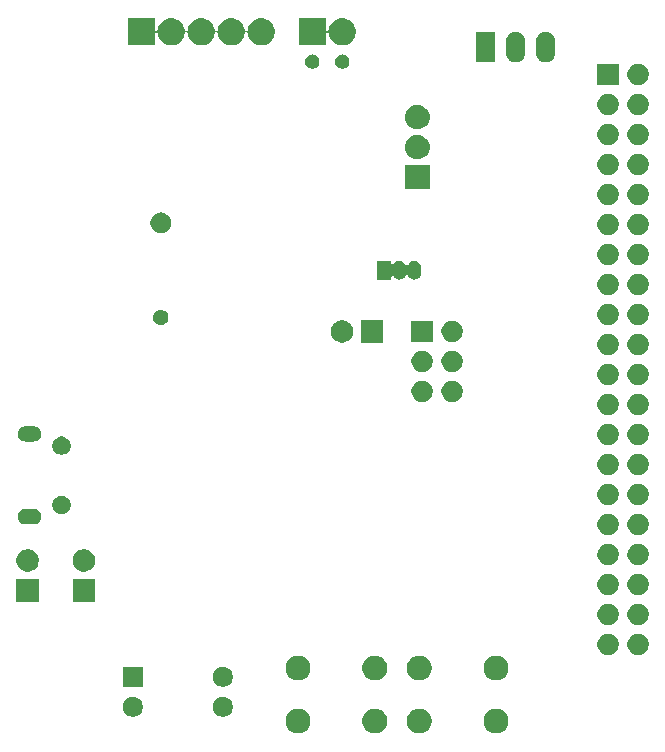
<source format=gbs>
G04 #@! TF.GenerationSoftware,KiCad,Pcbnew,(5.1.5)-3*
G04 #@! TF.CreationDate,2020-10-20T09:52:33-06:00*
G04 #@! TF.ProjectId,ComputationalPrototype,436f6d70-7574-4617-9469-6f6e616c5072,rev?*
G04 #@! TF.SameCoordinates,Original*
G04 #@! TF.FileFunction,Soldermask,Bot*
G04 #@! TF.FilePolarity,Negative*
%FSLAX46Y46*%
G04 Gerber Fmt 4.6, Leading zero omitted, Abs format (unit mm)*
G04 Created by KiCad (PCBNEW (5.1.5)-3) date 2020-10-20 09:52:33*
%MOMM*%
%LPD*%
G04 APERTURE LIST*
%ADD10C,0.100000*%
G04 APERTURE END LIST*
D10*
G36*
X139056564Y-122009389D02*
G01*
X139247833Y-122088615D01*
X139247835Y-122088616D01*
X139419973Y-122203635D01*
X139566365Y-122350027D01*
X139647207Y-122471015D01*
X139681385Y-122522167D01*
X139760611Y-122713436D01*
X139801000Y-122916484D01*
X139801000Y-123123516D01*
X139760611Y-123326564D01*
X139681385Y-123517833D01*
X139681384Y-123517835D01*
X139566365Y-123689973D01*
X139419973Y-123836365D01*
X139247835Y-123951384D01*
X139247834Y-123951385D01*
X139247833Y-123951385D01*
X139056564Y-124030611D01*
X138853516Y-124071000D01*
X138646484Y-124071000D01*
X138443436Y-124030611D01*
X138252167Y-123951385D01*
X138252166Y-123951385D01*
X138252165Y-123951384D01*
X138080027Y-123836365D01*
X137933635Y-123689973D01*
X137818616Y-123517835D01*
X137818615Y-123517833D01*
X137739389Y-123326564D01*
X137699000Y-123123516D01*
X137699000Y-122916484D01*
X137739389Y-122713436D01*
X137818615Y-122522167D01*
X137852794Y-122471015D01*
X137933635Y-122350027D01*
X138080027Y-122203635D01*
X138252165Y-122088616D01*
X138252167Y-122088615D01*
X138443436Y-122009389D01*
X138646484Y-121969000D01*
X138853516Y-121969000D01*
X139056564Y-122009389D01*
G37*
G36*
X149306564Y-122009389D02*
G01*
X149497833Y-122088615D01*
X149497835Y-122088616D01*
X149669973Y-122203635D01*
X149816365Y-122350027D01*
X149897207Y-122471015D01*
X149931385Y-122522167D01*
X150010611Y-122713436D01*
X150051000Y-122916484D01*
X150051000Y-123123516D01*
X150010611Y-123326564D01*
X149931385Y-123517833D01*
X149931384Y-123517835D01*
X149816365Y-123689973D01*
X149669973Y-123836365D01*
X149497835Y-123951384D01*
X149497834Y-123951385D01*
X149497833Y-123951385D01*
X149306564Y-124030611D01*
X149103516Y-124071000D01*
X148896484Y-124071000D01*
X148693436Y-124030611D01*
X148502167Y-123951385D01*
X148502166Y-123951385D01*
X148502165Y-123951384D01*
X148330027Y-123836365D01*
X148183635Y-123689973D01*
X148068616Y-123517835D01*
X148068615Y-123517833D01*
X147989389Y-123326564D01*
X147949000Y-123123516D01*
X147949000Y-122916484D01*
X147989389Y-122713436D01*
X148068615Y-122522167D01*
X148102794Y-122471015D01*
X148183635Y-122350027D01*
X148330027Y-122203635D01*
X148502165Y-122088616D01*
X148502167Y-122088615D01*
X148693436Y-122009389D01*
X148896484Y-121969000D01*
X149103516Y-121969000D01*
X149306564Y-122009389D01*
G37*
G36*
X155806564Y-122009389D02*
G01*
X155997833Y-122088615D01*
X155997835Y-122088616D01*
X156169973Y-122203635D01*
X156316365Y-122350027D01*
X156397207Y-122471015D01*
X156431385Y-122522167D01*
X156510611Y-122713436D01*
X156551000Y-122916484D01*
X156551000Y-123123516D01*
X156510611Y-123326564D01*
X156431385Y-123517833D01*
X156431384Y-123517835D01*
X156316365Y-123689973D01*
X156169973Y-123836365D01*
X155997835Y-123951384D01*
X155997834Y-123951385D01*
X155997833Y-123951385D01*
X155806564Y-124030611D01*
X155603516Y-124071000D01*
X155396484Y-124071000D01*
X155193436Y-124030611D01*
X155002167Y-123951385D01*
X155002166Y-123951385D01*
X155002165Y-123951384D01*
X154830027Y-123836365D01*
X154683635Y-123689973D01*
X154568616Y-123517835D01*
X154568615Y-123517833D01*
X154489389Y-123326564D01*
X154449000Y-123123516D01*
X154449000Y-122916484D01*
X154489389Y-122713436D01*
X154568615Y-122522167D01*
X154602794Y-122471015D01*
X154683635Y-122350027D01*
X154830027Y-122203635D01*
X155002165Y-122088616D01*
X155002167Y-122088615D01*
X155193436Y-122009389D01*
X155396484Y-121969000D01*
X155603516Y-121969000D01*
X155806564Y-122009389D01*
G37*
G36*
X145556564Y-122009389D02*
G01*
X145747833Y-122088615D01*
X145747835Y-122088616D01*
X145919973Y-122203635D01*
X146066365Y-122350027D01*
X146147207Y-122471015D01*
X146181385Y-122522167D01*
X146260611Y-122713436D01*
X146301000Y-122916484D01*
X146301000Y-123123516D01*
X146260611Y-123326564D01*
X146181385Y-123517833D01*
X146181384Y-123517835D01*
X146066365Y-123689973D01*
X145919973Y-123836365D01*
X145747835Y-123951384D01*
X145747834Y-123951385D01*
X145747833Y-123951385D01*
X145556564Y-124030611D01*
X145353516Y-124071000D01*
X145146484Y-124071000D01*
X144943436Y-124030611D01*
X144752167Y-123951385D01*
X144752166Y-123951385D01*
X144752165Y-123951384D01*
X144580027Y-123836365D01*
X144433635Y-123689973D01*
X144318616Y-123517835D01*
X144318615Y-123517833D01*
X144239389Y-123326564D01*
X144199000Y-123123516D01*
X144199000Y-122916484D01*
X144239389Y-122713436D01*
X144318615Y-122522167D01*
X144352794Y-122471015D01*
X144433635Y-122350027D01*
X144580027Y-122203635D01*
X144752165Y-122088616D01*
X144752167Y-122088615D01*
X144943436Y-122009389D01*
X145146484Y-121969000D01*
X145353516Y-121969000D01*
X145556564Y-122009389D01*
G37*
G36*
X132618228Y-120991703D02*
G01*
X132773100Y-121055853D01*
X132912481Y-121148985D01*
X133031015Y-121267519D01*
X133124147Y-121406900D01*
X133188297Y-121561772D01*
X133221000Y-121726184D01*
X133221000Y-121893816D01*
X133188297Y-122058228D01*
X133124147Y-122213100D01*
X133031015Y-122352481D01*
X132912481Y-122471015D01*
X132773100Y-122564147D01*
X132618228Y-122628297D01*
X132453816Y-122661000D01*
X132286184Y-122661000D01*
X132121772Y-122628297D01*
X131966900Y-122564147D01*
X131827519Y-122471015D01*
X131708985Y-122352481D01*
X131615853Y-122213100D01*
X131551703Y-122058228D01*
X131519000Y-121893816D01*
X131519000Y-121726184D01*
X131551703Y-121561772D01*
X131615853Y-121406900D01*
X131708985Y-121267519D01*
X131827519Y-121148985D01*
X131966900Y-121055853D01*
X132121772Y-120991703D01*
X132286184Y-120959000D01*
X132453816Y-120959000D01*
X132618228Y-120991703D01*
G37*
G36*
X124998228Y-120991703D02*
G01*
X125153100Y-121055853D01*
X125292481Y-121148985D01*
X125411015Y-121267519D01*
X125504147Y-121406900D01*
X125568297Y-121561772D01*
X125601000Y-121726184D01*
X125601000Y-121893816D01*
X125568297Y-122058228D01*
X125504147Y-122213100D01*
X125411015Y-122352481D01*
X125292481Y-122471015D01*
X125153100Y-122564147D01*
X124998228Y-122628297D01*
X124833816Y-122661000D01*
X124666184Y-122661000D01*
X124501772Y-122628297D01*
X124346900Y-122564147D01*
X124207519Y-122471015D01*
X124088985Y-122352481D01*
X123995853Y-122213100D01*
X123931703Y-122058228D01*
X123899000Y-121893816D01*
X123899000Y-121726184D01*
X123931703Y-121561772D01*
X123995853Y-121406900D01*
X124088985Y-121267519D01*
X124207519Y-121148985D01*
X124346900Y-121055853D01*
X124501772Y-120991703D01*
X124666184Y-120959000D01*
X124833816Y-120959000D01*
X124998228Y-120991703D01*
G37*
G36*
X125601000Y-120121000D02*
G01*
X123899000Y-120121000D01*
X123899000Y-118419000D01*
X125601000Y-118419000D01*
X125601000Y-120121000D01*
G37*
G36*
X132618228Y-118451703D02*
G01*
X132773100Y-118515853D01*
X132912481Y-118608985D01*
X133031015Y-118727519D01*
X133124147Y-118866900D01*
X133188297Y-119021772D01*
X133221000Y-119186184D01*
X133221000Y-119353816D01*
X133188297Y-119518228D01*
X133124147Y-119673100D01*
X133031015Y-119812481D01*
X132912481Y-119931015D01*
X132773100Y-120024147D01*
X132618228Y-120088297D01*
X132453816Y-120121000D01*
X132286184Y-120121000D01*
X132121772Y-120088297D01*
X131966900Y-120024147D01*
X131827519Y-119931015D01*
X131708985Y-119812481D01*
X131615853Y-119673100D01*
X131551703Y-119518228D01*
X131519000Y-119353816D01*
X131519000Y-119186184D01*
X131551703Y-119021772D01*
X131615853Y-118866900D01*
X131708985Y-118727519D01*
X131827519Y-118608985D01*
X131966900Y-118515853D01*
X132121772Y-118451703D01*
X132286184Y-118419000D01*
X132453816Y-118419000D01*
X132618228Y-118451703D01*
G37*
G36*
X139056564Y-117509389D02*
G01*
X139247833Y-117588615D01*
X139247835Y-117588616D01*
X139419973Y-117703635D01*
X139566365Y-117850027D01*
X139681385Y-118022167D01*
X139760611Y-118213436D01*
X139801000Y-118416484D01*
X139801000Y-118623516D01*
X139760611Y-118826564D01*
X139743903Y-118866900D01*
X139681384Y-119017835D01*
X139566365Y-119189973D01*
X139419973Y-119336365D01*
X139247835Y-119451384D01*
X139247834Y-119451385D01*
X139247833Y-119451385D01*
X139056564Y-119530611D01*
X138853516Y-119571000D01*
X138646484Y-119571000D01*
X138443436Y-119530611D01*
X138252167Y-119451385D01*
X138252166Y-119451385D01*
X138252165Y-119451384D01*
X138080027Y-119336365D01*
X137933635Y-119189973D01*
X137818616Y-119017835D01*
X137756097Y-118866900D01*
X137739389Y-118826564D01*
X137699000Y-118623516D01*
X137699000Y-118416484D01*
X137739389Y-118213436D01*
X137818615Y-118022167D01*
X137933635Y-117850027D01*
X138080027Y-117703635D01*
X138252165Y-117588616D01*
X138252167Y-117588615D01*
X138443436Y-117509389D01*
X138646484Y-117469000D01*
X138853516Y-117469000D01*
X139056564Y-117509389D01*
G37*
G36*
X145556564Y-117509389D02*
G01*
X145747833Y-117588615D01*
X145747835Y-117588616D01*
X145919973Y-117703635D01*
X146066365Y-117850027D01*
X146181385Y-118022167D01*
X146260611Y-118213436D01*
X146301000Y-118416484D01*
X146301000Y-118623516D01*
X146260611Y-118826564D01*
X146243903Y-118866900D01*
X146181384Y-119017835D01*
X146066365Y-119189973D01*
X145919973Y-119336365D01*
X145747835Y-119451384D01*
X145747834Y-119451385D01*
X145747833Y-119451385D01*
X145556564Y-119530611D01*
X145353516Y-119571000D01*
X145146484Y-119571000D01*
X144943436Y-119530611D01*
X144752167Y-119451385D01*
X144752166Y-119451385D01*
X144752165Y-119451384D01*
X144580027Y-119336365D01*
X144433635Y-119189973D01*
X144318616Y-119017835D01*
X144256097Y-118866900D01*
X144239389Y-118826564D01*
X144199000Y-118623516D01*
X144199000Y-118416484D01*
X144239389Y-118213436D01*
X144318615Y-118022167D01*
X144433635Y-117850027D01*
X144580027Y-117703635D01*
X144752165Y-117588616D01*
X144752167Y-117588615D01*
X144943436Y-117509389D01*
X145146484Y-117469000D01*
X145353516Y-117469000D01*
X145556564Y-117509389D01*
G37*
G36*
X149306564Y-117509389D02*
G01*
X149497833Y-117588615D01*
X149497835Y-117588616D01*
X149669973Y-117703635D01*
X149816365Y-117850027D01*
X149931385Y-118022167D01*
X150010611Y-118213436D01*
X150051000Y-118416484D01*
X150051000Y-118623516D01*
X150010611Y-118826564D01*
X149993903Y-118866900D01*
X149931384Y-119017835D01*
X149816365Y-119189973D01*
X149669973Y-119336365D01*
X149497835Y-119451384D01*
X149497834Y-119451385D01*
X149497833Y-119451385D01*
X149306564Y-119530611D01*
X149103516Y-119571000D01*
X148896484Y-119571000D01*
X148693436Y-119530611D01*
X148502167Y-119451385D01*
X148502166Y-119451385D01*
X148502165Y-119451384D01*
X148330027Y-119336365D01*
X148183635Y-119189973D01*
X148068616Y-119017835D01*
X148006097Y-118866900D01*
X147989389Y-118826564D01*
X147949000Y-118623516D01*
X147949000Y-118416484D01*
X147989389Y-118213436D01*
X148068615Y-118022167D01*
X148183635Y-117850027D01*
X148330027Y-117703635D01*
X148502165Y-117588616D01*
X148502167Y-117588615D01*
X148693436Y-117509389D01*
X148896484Y-117469000D01*
X149103516Y-117469000D01*
X149306564Y-117509389D01*
G37*
G36*
X155806564Y-117509389D02*
G01*
X155997833Y-117588615D01*
X155997835Y-117588616D01*
X156169973Y-117703635D01*
X156316365Y-117850027D01*
X156431385Y-118022167D01*
X156510611Y-118213436D01*
X156551000Y-118416484D01*
X156551000Y-118623516D01*
X156510611Y-118826564D01*
X156493903Y-118866900D01*
X156431384Y-119017835D01*
X156316365Y-119189973D01*
X156169973Y-119336365D01*
X155997835Y-119451384D01*
X155997834Y-119451385D01*
X155997833Y-119451385D01*
X155806564Y-119530611D01*
X155603516Y-119571000D01*
X155396484Y-119571000D01*
X155193436Y-119530611D01*
X155002167Y-119451385D01*
X155002166Y-119451385D01*
X155002165Y-119451384D01*
X154830027Y-119336365D01*
X154683635Y-119189973D01*
X154568616Y-119017835D01*
X154506097Y-118866900D01*
X154489389Y-118826564D01*
X154449000Y-118623516D01*
X154449000Y-118416484D01*
X154489389Y-118213436D01*
X154568615Y-118022167D01*
X154683635Y-117850027D01*
X154830027Y-117703635D01*
X155002165Y-117588616D01*
X155002167Y-117588615D01*
X155193436Y-117509389D01*
X155396484Y-117469000D01*
X155603516Y-117469000D01*
X155806564Y-117509389D01*
G37*
G36*
X165113512Y-115633927D02*
G01*
X165262812Y-115663624D01*
X165426784Y-115731544D01*
X165574354Y-115830147D01*
X165699853Y-115955646D01*
X165798456Y-116103216D01*
X165866376Y-116267188D01*
X165901000Y-116441259D01*
X165901000Y-116618741D01*
X165866376Y-116792812D01*
X165798456Y-116956784D01*
X165699853Y-117104354D01*
X165574354Y-117229853D01*
X165426784Y-117328456D01*
X165262812Y-117396376D01*
X165113512Y-117426073D01*
X165088742Y-117431000D01*
X164911258Y-117431000D01*
X164886488Y-117426073D01*
X164737188Y-117396376D01*
X164573216Y-117328456D01*
X164425646Y-117229853D01*
X164300147Y-117104354D01*
X164201544Y-116956784D01*
X164133624Y-116792812D01*
X164099000Y-116618741D01*
X164099000Y-116441259D01*
X164133624Y-116267188D01*
X164201544Y-116103216D01*
X164300147Y-115955646D01*
X164425646Y-115830147D01*
X164573216Y-115731544D01*
X164737188Y-115663624D01*
X164886488Y-115633927D01*
X164911258Y-115629000D01*
X165088742Y-115629000D01*
X165113512Y-115633927D01*
G37*
G36*
X167653512Y-115633927D02*
G01*
X167802812Y-115663624D01*
X167966784Y-115731544D01*
X168114354Y-115830147D01*
X168239853Y-115955646D01*
X168338456Y-116103216D01*
X168406376Y-116267188D01*
X168441000Y-116441259D01*
X168441000Y-116618741D01*
X168406376Y-116792812D01*
X168338456Y-116956784D01*
X168239853Y-117104354D01*
X168114354Y-117229853D01*
X167966784Y-117328456D01*
X167802812Y-117396376D01*
X167653512Y-117426073D01*
X167628742Y-117431000D01*
X167451258Y-117431000D01*
X167426488Y-117426073D01*
X167277188Y-117396376D01*
X167113216Y-117328456D01*
X166965646Y-117229853D01*
X166840147Y-117104354D01*
X166741544Y-116956784D01*
X166673624Y-116792812D01*
X166639000Y-116618741D01*
X166639000Y-116441259D01*
X166673624Y-116267188D01*
X166741544Y-116103216D01*
X166840147Y-115955646D01*
X166965646Y-115830147D01*
X167113216Y-115731544D01*
X167277188Y-115663624D01*
X167426488Y-115633927D01*
X167451258Y-115629000D01*
X167628742Y-115629000D01*
X167653512Y-115633927D01*
G37*
G36*
X165113512Y-113093927D02*
G01*
X165262812Y-113123624D01*
X165426784Y-113191544D01*
X165574354Y-113290147D01*
X165699853Y-113415646D01*
X165798456Y-113563216D01*
X165866376Y-113727188D01*
X165901000Y-113901259D01*
X165901000Y-114078741D01*
X165866376Y-114252812D01*
X165798456Y-114416784D01*
X165699853Y-114564354D01*
X165574354Y-114689853D01*
X165426784Y-114788456D01*
X165262812Y-114856376D01*
X165113512Y-114886073D01*
X165088742Y-114891000D01*
X164911258Y-114891000D01*
X164886488Y-114886073D01*
X164737188Y-114856376D01*
X164573216Y-114788456D01*
X164425646Y-114689853D01*
X164300147Y-114564354D01*
X164201544Y-114416784D01*
X164133624Y-114252812D01*
X164099000Y-114078741D01*
X164099000Y-113901259D01*
X164133624Y-113727188D01*
X164201544Y-113563216D01*
X164300147Y-113415646D01*
X164425646Y-113290147D01*
X164573216Y-113191544D01*
X164737188Y-113123624D01*
X164886488Y-113093927D01*
X164911258Y-113089000D01*
X165088742Y-113089000D01*
X165113512Y-113093927D01*
G37*
G36*
X167653512Y-113093927D02*
G01*
X167802812Y-113123624D01*
X167966784Y-113191544D01*
X168114354Y-113290147D01*
X168239853Y-113415646D01*
X168338456Y-113563216D01*
X168406376Y-113727188D01*
X168441000Y-113901259D01*
X168441000Y-114078741D01*
X168406376Y-114252812D01*
X168338456Y-114416784D01*
X168239853Y-114564354D01*
X168114354Y-114689853D01*
X167966784Y-114788456D01*
X167802812Y-114856376D01*
X167653512Y-114886073D01*
X167628742Y-114891000D01*
X167451258Y-114891000D01*
X167426488Y-114886073D01*
X167277188Y-114856376D01*
X167113216Y-114788456D01*
X166965646Y-114689853D01*
X166840147Y-114564354D01*
X166741544Y-114416784D01*
X166673624Y-114252812D01*
X166639000Y-114078741D01*
X166639000Y-113901259D01*
X166673624Y-113727188D01*
X166741544Y-113563216D01*
X166840147Y-113415646D01*
X166965646Y-113290147D01*
X167113216Y-113191544D01*
X167277188Y-113123624D01*
X167426488Y-113093927D01*
X167451258Y-113089000D01*
X167628742Y-113089000D01*
X167653512Y-113093927D01*
G37*
G36*
X116806000Y-112904500D02*
G01*
X114904000Y-112904500D01*
X114904000Y-111002500D01*
X116806000Y-111002500D01*
X116806000Y-112904500D01*
G37*
G36*
X121556000Y-112904500D02*
G01*
X119654000Y-112904500D01*
X119654000Y-111002500D01*
X121556000Y-111002500D01*
X121556000Y-112904500D01*
G37*
G36*
X167653512Y-110553927D02*
G01*
X167802812Y-110583624D01*
X167966784Y-110651544D01*
X168114354Y-110750147D01*
X168239853Y-110875646D01*
X168338456Y-111023216D01*
X168406376Y-111187188D01*
X168441000Y-111361259D01*
X168441000Y-111538741D01*
X168406376Y-111712812D01*
X168338456Y-111876784D01*
X168239853Y-112024354D01*
X168114354Y-112149853D01*
X167966784Y-112248456D01*
X167802812Y-112316376D01*
X167653512Y-112346073D01*
X167628742Y-112351000D01*
X167451258Y-112351000D01*
X167426488Y-112346073D01*
X167277188Y-112316376D01*
X167113216Y-112248456D01*
X166965646Y-112149853D01*
X166840147Y-112024354D01*
X166741544Y-111876784D01*
X166673624Y-111712812D01*
X166639000Y-111538741D01*
X166639000Y-111361259D01*
X166673624Y-111187188D01*
X166741544Y-111023216D01*
X166840147Y-110875646D01*
X166965646Y-110750147D01*
X167113216Y-110651544D01*
X167277188Y-110583624D01*
X167426488Y-110553927D01*
X167451258Y-110549000D01*
X167628742Y-110549000D01*
X167653512Y-110553927D01*
G37*
G36*
X165113512Y-110553927D02*
G01*
X165262812Y-110583624D01*
X165426784Y-110651544D01*
X165574354Y-110750147D01*
X165699853Y-110875646D01*
X165798456Y-111023216D01*
X165866376Y-111187188D01*
X165901000Y-111361259D01*
X165901000Y-111538741D01*
X165866376Y-111712812D01*
X165798456Y-111876784D01*
X165699853Y-112024354D01*
X165574354Y-112149853D01*
X165426784Y-112248456D01*
X165262812Y-112316376D01*
X165113512Y-112346073D01*
X165088742Y-112351000D01*
X164911258Y-112351000D01*
X164886488Y-112346073D01*
X164737188Y-112316376D01*
X164573216Y-112248456D01*
X164425646Y-112149853D01*
X164300147Y-112024354D01*
X164201544Y-111876784D01*
X164133624Y-111712812D01*
X164099000Y-111538741D01*
X164099000Y-111361259D01*
X164133624Y-111187188D01*
X164201544Y-111023216D01*
X164300147Y-110875646D01*
X164425646Y-110750147D01*
X164573216Y-110651544D01*
X164737188Y-110583624D01*
X164886488Y-110553927D01*
X164911258Y-110549000D01*
X165088742Y-110549000D01*
X165113512Y-110553927D01*
G37*
G36*
X116132395Y-108499046D02*
G01*
X116305466Y-108570734D01*
X116305467Y-108570735D01*
X116461227Y-108674810D01*
X116593690Y-108807273D01*
X116593691Y-108807275D01*
X116697766Y-108963034D01*
X116769454Y-109136105D01*
X116806000Y-109319833D01*
X116806000Y-109507167D01*
X116769454Y-109690895D01*
X116697766Y-109863966D01*
X116697765Y-109863967D01*
X116593690Y-110019727D01*
X116461227Y-110152190D01*
X116382818Y-110204581D01*
X116305466Y-110256266D01*
X116132395Y-110327954D01*
X115948667Y-110364500D01*
X115761333Y-110364500D01*
X115577605Y-110327954D01*
X115404534Y-110256266D01*
X115327182Y-110204581D01*
X115248773Y-110152190D01*
X115116310Y-110019727D01*
X115012235Y-109863967D01*
X115012234Y-109863966D01*
X114940546Y-109690895D01*
X114904000Y-109507167D01*
X114904000Y-109319833D01*
X114940546Y-109136105D01*
X115012234Y-108963034D01*
X115116309Y-108807275D01*
X115116310Y-108807273D01*
X115248773Y-108674810D01*
X115404533Y-108570735D01*
X115404534Y-108570734D01*
X115577605Y-108499046D01*
X115761333Y-108462500D01*
X115948667Y-108462500D01*
X116132395Y-108499046D01*
G37*
G36*
X120882395Y-108499046D02*
G01*
X121055466Y-108570734D01*
X121055467Y-108570735D01*
X121211227Y-108674810D01*
X121343690Y-108807273D01*
X121343691Y-108807275D01*
X121447766Y-108963034D01*
X121519454Y-109136105D01*
X121556000Y-109319833D01*
X121556000Y-109507167D01*
X121519454Y-109690895D01*
X121447766Y-109863966D01*
X121447765Y-109863967D01*
X121343690Y-110019727D01*
X121211227Y-110152190D01*
X121132818Y-110204581D01*
X121055466Y-110256266D01*
X120882395Y-110327954D01*
X120698667Y-110364500D01*
X120511333Y-110364500D01*
X120327605Y-110327954D01*
X120154534Y-110256266D01*
X120077182Y-110204581D01*
X119998773Y-110152190D01*
X119866310Y-110019727D01*
X119762235Y-109863967D01*
X119762234Y-109863966D01*
X119690546Y-109690895D01*
X119654000Y-109507167D01*
X119654000Y-109319833D01*
X119690546Y-109136105D01*
X119762234Y-108963034D01*
X119866309Y-108807275D01*
X119866310Y-108807273D01*
X119998773Y-108674810D01*
X120154533Y-108570735D01*
X120154534Y-108570734D01*
X120327605Y-108499046D01*
X120511333Y-108462500D01*
X120698667Y-108462500D01*
X120882395Y-108499046D01*
G37*
G36*
X165113512Y-108013927D02*
G01*
X165262812Y-108043624D01*
X165426784Y-108111544D01*
X165574354Y-108210147D01*
X165699853Y-108335646D01*
X165798456Y-108483216D01*
X165866376Y-108647188D01*
X165896073Y-108796488D01*
X165898219Y-108807275D01*
X165901000Y-108821259D01*
X165901000Y-108998741D01*
X165866376Y-109172812D01*
X165798456Y-109336784D01*
X165699853Y-109484354D01*
X165574354Y-109609853D01*
X165426784Y-109708456D01*
X165262812Y-109776376D01*
X165113512Y-109806073D01*
X165088742Y-109811000D01*
X164911258Y-109811000D01*
X164886488Y-109806073D01*
X164737188Y-109776376D01*
X164573216Y-109708456D01*
X164425646Y-109609853D01*
X164300147Y-109484354D01*
X164201544Y-109336784D01*
X164133624Y-109172812D01*
X164099000Y-108998741D01*
X164099000Y-108821259D01*
X164101782Y-108807275D01*
X164103927Y-108796488D01*
X164133624Y-108647188D01*
X164201544Y-108483216D01*
X164300147Y-108335646D01*
X164425646Y-108210147D01*
X164573216Y-108111544D01*
X164737188Y-108043624D01*
X164886488Y-108013927D01*
X164911258Y-108009000D01*
X165088742Y-108009000D01*
X165113512Y-108013927D01*
G37*
G36*
X167653512Y-108013927D02*
G01*
X167802812Y-108043624D01*
X167966784Y-108111544D01*
X168114354Y-108210147D01*
X168239853Y-108335646D01*
X168338456Y-108483216D01*
X168406376Y-108647188D01*
X168436073Y-108796488D01*
X168438219Y-108807275D01*
X168441000Y-108821259D01*
X168441000Y-108998741D01*
X168406376Y-109172812D01*
X168338456Y-109336784D01*
X168239853Y-109484354D01*
X168114354Y-109609853D01*
X167966784Y-109708456D01*
X167802812Y-109776376D01*
X167653512Y-109806073D01*
X167628742Y-109811000D01*
X167451258Y-109811000D01*
X167426488Y-109806073D01*
X167277188Y-109776376D01*
X167113216Y-109708456D01*
X166965646Y-109609853D01*
X166840147Y-109484354D01*
X166741544Y-109336784D01*
X166673624Y-109172812D01*
X166639000Y-108998741D01*
X166639000Y-108821259D01*
X166641782Y-108807275D01*
X166643927Y-108796488D01*
X166673624Y-108647188D01*
X166741544Y-108483216D01*
X166840147Y-108335646D01*
X166965646Y-108210147D01*
X167113216Y-108111544D01*
X167277188Y-108043624D01*
X167426488Y-108013927D01*
X167451258Y-108009000D01*
X167628742Y-108009000D01*
X167653512Y-108013927D01*
G37*
G36*
X165113512Y-105473927D02*
G01*
X165262812Y-105503624D01*
X165426784Y-105571544D01*
X165574354Y-105670147D01*
X165699853Y-105795646D01*
X165798456Y-105943216D01*
X165866376Y-106107188D01*
X165901000Y-106281259D01*
X165901000Y-106458741D01*
X165866376Y-106632812D01*
X165798456Y-106796784D01*
X165699853Y-106944354D01*
X165574354Y-107069853D01*
X165426784Y-107168456D01*
X165262812Y-107236376D01*
X165113512Y-107266073D01*
X165088742Y-107271000D01*
X164911258Y-107271000D01*
X164886488Y-107266073D01*
X164737188Y-107236376D01*
X164573216Y-107168456D01*
X164425646Y-107069853D01*
X164300147Y-106944354D01*
X164201544Y-106796784D01*
X164133624Y-106632812D01*
X164099000Y-106458741D01*
X164099000Y-106281259D01*
X164133624Y-106107188D01*
X164201544Y-105943216D01*
X164300147Y-105795646D01*
X164425646Y-105670147D01*
X164573216Y-105571544D01*
X164737188Y-105503624D01*
X164886488Y-105473927D01*
X164911258Y-105469000D01*
X165088742Y-105469000D01*
X165113512Y-105473927D01*
G37*
G36*
X167653512Y-105473927D02*
G01*
X167802812Y-105503624D01*
X167966784Y-105571544D01*
X168114354Y-105670147D01*
X168239853Y-105795646D01*
X168338456Y-105943216D01*
X168406376Y-106107188D01*
X168441000Y-106281259D01*
X168441000Y-106458741D01*
X168406376Y-106632812D01*
X168338456Y-106796784D01*
X168239853Y-106944354D01*
X168114354Y-107069853D01*
X167966784Y-107168456D01*
X167802812Y-107236376D01*
X167653512Y-107266073D01*
X167628742Y-107271000D01*
X167451258Y-107271000D01*
X167426488Y-107266073D01*
X167277188Y-107236376D01*
X167113216Y-107168456D01*
X166965646Y-107069853D01*
X166840147Y-106944354D01*
X166741544Y-106796784D01*
X166673624Y-106632812D01*
X166639000Y-106458741D01*
X166639000Y-106281259D01*
X166673624Y-106107188D01*
X166741544Y-105943216D01*
X166840147Y-105795646D01*
X166965646Y-105670147D01*
X167113216Y-105571544D01*
X167277188Y-105503624D01*
X167426488Y-105473927D01*
X167451258Y-105469000D01*
X167628742Y-105469000D01*
X167653512Y-105473927D01*
G37*
G36*
X116426355Y-105053640D02*
G01*
X116490118Y-105059920D01*
X116580904Y-105087460D01*
X116612836Y-105097146D01*
X116725925Y-105157594D01*
X116825054Y-105238946D01*
X116906406Y-105338075D01*
X116966854Y-105451164D01*
X116966855Y-105451168D01*
X117004080Y-105573882D01*
X117016649Y-105701500D01*
X117004080Y-105829118D01*
X116976540Y-105919904D01*
X116966854Y-105951836D01*
X116906406Y-106064925D01*
X116825054Y-106164054D01*
X116725925Y-106245406D01*
X116612836Y-106305854D01*
X116580904Y-106315540D01*
X116490118Y-106343080D01*
X116426355Y-106349360D01*
X116394474Y-106352500D01*
X115630526Y-106352500D01*
X115598645Y-106349360D01*
X115534882Y-106343080D01*
X115444096Y-106315540D01*
X115412164Y-106305854D01*
X115299075Y-106245406D01*
X115199946Y-106164054D01*
X115118594Y-106064925D01*
X115058146Y-105951836D01*
X115048460Y-105919904D01*
X115020920Y-105829118D01*
X115008351Y-105701500D01*
X115020920Y-105573882D01*
X115058145Y-105451168D01*
X115058146Y-105451164D01*
X115118594Y-105338075D01*
X115199946Y-105238946D01*
X115299075Y-105157594D01*
X115412164Y-105097146D01*
X115444096Y-105087460D01*
X115534882Y-105059920D01*
X115598645Y-105053640D01*
X115630526Y-105050500D01*
X116394474Y-105050500D01*
X116426355Y-105053640D01*
G37*
G36*
X118938848Y-103955320D02*
G01*
X118938850Y-103955321D01*
X118938851Y-103955321D01*
X119080074Y-104013817D01*
X119080077Y-104013819D01*
X119207169Y-104098739D01*
X119315261Y-104206831D01*
X119348637Y-104256782D01*
X119400183Y-104333926D01*
X119458679Y-104475149D01*
X119458680Y-104475152D01*
X119488500Y-104625069D01*
X119488500Y-104777929D01*
X119458679Y-104927851D01*
X119400183Y-105069074D01*
X119400181Y-105069077D01*
X119315261Y-105196169D01*
X119207169Y-105304261D01*
X119080077Y-105389181D01*
X119080074Y-105389183D01*
X118938851Y-105447679D01*
X118938850Y-105447679D01*
X118938848Y-105447680D01*
X118788931Y-105477500D01*
X118636069Y-105477500D01*
X118486152Y-105447680D01*
X118486150Y-105447679D01*
X118486149Y-105447679D01*
X118344926Y-105389183D01*
X118344923Y-105389181D01*
X118217831Y-105304261D01*
X118109739Y-105196169D01*
X118024819Y-105069077D01*
X118024817Y-105069074D01*
X117966321Y-104927851D01*
X117936500Y-104777929D01*
X117936500Y-104625069D01*
X117966320Y-104475152D01*
X117966321Y-104475149D01*
X118024817Y-104333926D01*
X118076363Y-104256782D01*
X118109739Y-104206831D01*
X118217831Y-104098739D01*
X118344923Y-104013819D01*
X118344926Y-104013817D01*
X118486149Y-103955321D01*
X118486150Y-103955321D01*
X118486152Y-103955320D01*
X118636069Y-103925500D01*
X118788931Y-103925500D01*
X118938848Y-103955320D01*
G37*
G36*
X165113512Y-102933927D02*
G01*
X165262812Y-102963624D01*
X165426784Y-103031544D01*
X165574354Y-103130147D01*
X165699853Y-103255646D01*
X165798456Y-103403216D01*
X165866376Y-103567188D01*
X165901000Y-103741259D01*
X165901000Y-103918741D01*
X165866376Y-104092812D01*
X165798456Y-104256784D01*
X165699853Y-104404354D01*
X165574354Y-104529853D01*
X165426784Y-104628456D01*
X165262812Y-104696376D01*
X165113512Y-104726073D01*
X165088742Y-104731000D01*
X164911258Y-104731000D01*
X164886488Y-104726073D01*
X164737188Y-104696376D01*
X164573216Y-104628456D01*
X164425646Y-104529853D01*
X164300147Y-104404354D01*
X164201544Y-104256784D01*
X164133624Y-104092812D01*
X164099000Y-103918741D01*
X164099000Y-103741259D01*
X164133624Y-103567188D01*
X164201544Y-103403216D01*
X164300147Y-103255646D01*
X164425646Y-103130147D01*
X164573216Y-103031544D01*
X164737188Y-102963624D01*
X164886488Y-102933927D01*
X164911258Y-102929000D01*
X165088742Y-102929000D01*
X165113512Y-102933927D01*
G37*
G36*
X167653512Y-102933927D02*
G01*
X167802812Y-102963624D01*
X167966784Y-103031544D01*
X168114354Y-103130147D01*
X168239853Y-103255646D01*
X168338456Y-103403216D01*
X168406376Y-103567188D01*
X168441000Y-103741259D01*
X168441000Y-103918741D01*
X168406376Y-104092812D01*
X168338456Y-104256784D01*
X168239853Y-104404354D01*
X168114354Y-104529853D01*
X167966784Y-104628456D01*
X167802812Y-104696376D01*
X167653512Y-104726073D01*
X167628742Y-104731000D01*
X167451258Y-104731000D01*
X167426488Y-104726073D01*
X167277188Y-104696376D01*
X167113216Y-104628456D01*
X166965646Y-104529853D01*
X166840147Y-104404354D01*
X166741544Y-104256784D01*
X166673624Y-104092812D01*
X166639000Y-103918741D01*
X166639000Y-103741259D01*
X166673624Y-103567188D01*
X166741544Y-103403216D01*
X166840147Y-103255646D01*
X166965646Y-103130147D01*
X167113216Y-103031544D01*
X167277188Y-102963624D01*
X167426488Y-102933927D01*
X167451258Y-102929000D01*
X167628742Y-102929000D01*
X167653512Y-102933927D01*
G37*
G36*
X167653512Y-100393927D02*
G01*
X167802812Y-100423624D01*
X167966784Y-100491544D01*
X168114354Y-100590147D01*
X168239853Y-100715646D01*
X168338456Y-100863216D01*
X168406376Y-101027188D01*
X168441000Y-101201259D01*
X168441000Y-101378741D01*
X168406376Y-101552812D01*
X168338456Y-101716784D01*
X168239853Y-101864354D01*
X168114354Y-101989853D01*
X167966784Y-102088456D01*
X167802812Y-102156376D01*
X167653512Y-102186073D01*
X167628742Y-102191000D01*
X167451258Y-102191000D01*
X167426488Y-102186073D01*
X167277188Y-102156376D01*
X167113216Y-102088456D01*
X166965646Y-101989853D01*
X166840147Y-101864354D01*
X166741544Y-101716784D01*
X166673624Y-101552812D01*
X166639000Y-101378741D01*
X166639000Y-101201259D01*
X166673624Y-101027188D01*
X166741544Y-100863216D01*
X166840147Y-100715646D01*
X166965646Y-100590147D01*
X167113216Y-100491544D01*
X167277188Y-100423624D01*
X167426488Y-100393927D01*
X167451258Y-100389000D01*
X167628742Y-100389000D01*
X167653512Y-100393927D01*
G37*
G36*
X165113512Y-100393927D02*
G01*
X165262812Y-100423624D01*
X165426784Y-100491544D01*
X165574354Y-100590147D01*
X165699853Y-100715646D01*
X165798456Y-100863216D01*
X165866376Y-101027188D01*
X165901000Y-101201259D01*
X165901000Y-101378741D01*
X165866376Y-101552812D01*
X165798456Y-101716784D01*
X165699853Y-101864354D01*
X165574354Y-101989853D01*
X165426784Y-102088456D01*
X165262812Y-102156376D01*
X165113512Y-102186073D01*
X165088742Y-102191000D01*
X164911258Y-102191000D01*
X164886488Y-102186073D01*
X164737188Y-102156376D01*
X164573216Y-102088456D01*
X164425646Y-101989853D01*
X164300147Y-101864354D01*
X164201544Y-101716784D01*
X164133624Y-101552812D01*
X164099000Y-101378741D01*
X164099000Y-101201259D01*
X164133624Y-101027188D01*
X164201544Y-100863216D01*
X164300147Y-100715646D01*
X164425646Y-100590147D01*
X164573216Y-100491544D01*
X164737188Y-100423624D01*
X164886488Y-100393927D01*
X164911258Y-100389000D01*
X165088742Y-100389000D01*
X165113512Y-100393927D01*
G37*
G36*
X118938848Y-98955320D02*
G01*
X118938850Y-98955321D01*
X118938851Y-98955321D01*
X119080074Y-99013817D01*
X119080077Y-99013819D01*
X119207169Y-99098739D01*
X119315261Y-99206831D01*
X119393787Y-99324354D01*
X119400183Y-99333926D01*
X119448201Y-99449853D01*
X119458680Y-99475152D01*
X119488500Y-99625069D01*
X119488500Y-99777929D01*
X119458679Y-99927851D01*
X119400183Y-100069074D01*
X119400181Y-100069077D01*
X119315261Y-100196169D01*
X119207169Y-100304261D01*
X119080348Y-100389000D01*
X119080074Y-100389183D01*
X118938851Y-100447679D01*
X118938850Y-100447679D01*
X118938848Y-100447680D01*
X118788931Y-100477500D01*
X118636069Y-100477500D01*
X118486152Y-100447680D01*
X118486150Y-100447679D01*
X118486149Y-100447679D01*
X118344926Y-100389183D01*
X118344652Y-100389000D01*
X118217831Y-100304261D01*
X118109739Y-100196169D01*
X118024819Y-100069077D01*
X118024817Y-100069074D01*
X117966321Y-99927851D01*
X117936500Y-99777929D01*
X117936500Y-99625069D01*
X117966320Y-99475152D01*
X117976799Y-99449853D01*
X118024817Y-99333926D01*
X118031213Y-99324354D01*
X118109739Y-99206831D01*
X118217831Y-99098739D01*
X118344923Y-99013819D01*
X118344926Y-99013817D01*
X118486149Y-98955321D01*
X118486150Y-98955321D01*
X118486152Y-98955320D01*
X118636069Y-98925500D01*
X118788931Y-98925500D01*
X118938848Y-98955320D01*
G37*
G36*
X167653512Y-97853927D02*
G01*
X167802812Y-97883624D01*
X167966784Y-97951544D01*
X168114354Y-98050147D01*
X168239853Y-98175646D01*
X168338456Y-98323216D01*
X168406376Y-98487188D01*
X168441000Y-98661259D01*
X168441000Y-98838741D01*
X168406376Y-99012812D01*
X168338456Y-99176784D01*
X168239853Y-99324354D01*
X168114354Y-99449853D01*
X167966784Y-99548456D01*
X167802812Y-99616376D01*
X167653512Y-99646073D01*
X167628742Y-99651000D01*
X167451258Y-99651000D01*
X167426488Y-99646073D01*
X167277188Y-99616376D01*
X167113216Y-99548456D01*
X166965646Y-99449853D01*
X166840147Y-99324354D01*
X166741544Y-99176784D01*
X166673624Y-99012812D01*
X166639000Y-98838741D01*
X166639000Y-98661259D01*
X166673624Y-98487188D01*
X166741544Y-98323216D01*
X166840147Y-98175646D01*
X166965646Y-98050147D01*
X167113216Y-97951544D01*
X167277188Y-97883624D01*
X167426488Y-97853927D01*
X167451258Y-97849000D01*
X167628742Y-97849000D01*
X167653512Y-97853927D01*
G37*
G36*
X165113512Y-97853927D02*
G01*
X165262812Y-97883624D01*
X165426784Y-97951544D01*
X165574354Y-98050147D01*
X165699853Y-98175646D01*
X165798456Y-98323216D01*
X165866376Y-98487188D01*
X165901000Y-98661259D01*
X165901000Y-98838741D01*
X165866376Y-99012812D01*
X165798456Y-99176784D01*
X165699853Y-99324354D01*
X165574354Y-99449853D01*
X165426784Y-99548456D01*
X165262812Y-99616376D01*
X165113512Y-99646073D01*
X165088742Y-99651000D01*
X164911258Y-99651000D01*
X164886488Y-99646073D01*
X164737188Y-99616376D01*
X164573216Y-99548456D01*
X164425646Y-99449853D01*
X164300147Y-99324354D01*
X164201544Y-99176784D01*
X164133624Y-99012812D01*
X164099000Y-98838741D01*
X164099000Y-98661259D01*
X164133624Y-98487188D01*
X164201544Y-98323216D01*
X164300147Y-98175646D01*
X164425646Y-98050147D01*
X164573216Y-97951544D01*
X164737188Y-97883624D01*
X164886488Y-97853927D01*
X164911258Y-97849000D01*
X165088742Y-97849000D01*
X165113512Y-97853927D01*
G37*
G36*
X116426355Y-98053640D02*
G01*
X116490118Y-98059920D01*
X116580904Y-98087460D01*
X116612836Y-98097146D01*
X116725925Y-98157594D01*
X116825054Y-98238946D01*
X116906406Y-98338075D01*
X116966854Y-98451164D01*
X116966855Y-98451168D01*
X117004080Y-98573882D01*
X117016649Y-98701500D01*
X117004080Y-98829118D01*
X116976540Y-98919904D01*
X116966854Y-98951836D01*
X116906406Y-99064925D01*
X116825054Y-99164054D01*
X116725925Y-99245406D01*
X116612836Y-99305854D01*
X116580904Y-99315540D01*
X116490118Y-99343080D01*
X116426355Y-99349360D01*
X116394474Y-99352500D01*
X115630526Y-99352500D01*
X115598645Y-99349360D01*
X115534882Y-99343080D01*
X115444096Y-99315540D01*
X115412164Y-99305854D01*
X115299075Y-99245406D01*
X115199946Y-99164054D01*
X115118594Y-99064925D01*
X115058146Y-98951836D01*
X115048460Y-98919904D01*
X115020920Y-98829118D01*
X115008351Y-98701500D01*
X115020920Y-98573882D01*
X115058145Y-98451168D01*
X115058146Y-98451164D01*
X115118594Y-98338075D01*
X115199946Y-98238946D01*
X115299075Y-98157594D01*
X115412164Y-98097146D01*
X115444096Y-98087460D01*
X115534882Y-98059920D01*
X115598645Y-98053640D01*
X115630526Y-98050500D01*
X116394474Y-98050500D01*
X116426355Y-98053640D01*
G37*
G36*
X165113512Y-95313927D02*
G01*
X165262812Y-95343624D01*
X165426784Y-95411544D01*
X165574354Y-95510147D01*
X165699853Y-95635646D01*
X165798456Y-95783216D01*
X165866376Y-95947188D01*
X165901000Y-96121259D01*
X165901000Y-96298741D01*
X165866376Y-96472812D01*
X165798456Y-96636784D01*
X165699853Y-96784354D01*
X165574354Y-96909853D01*
X165426784Y-97008456D01*
X165262812Y-97076376D01*
X165113512Y-97106073D01*
X165088742Y-97111000D01*
X164911258Y-97111000D01*
X164886488Y-97106073D01*
X164737188Y-97076376D01*
X164573216Y-97008456D01*
X164425646Y-96909853D01*
X164300147Y-96784354D01*
X164201544Y-96636784D01*
X164133624Y-96472812D01*
X164099000Y-96298741D01*
X164099000Y-96121259D01*
X164133624Y-95947188D01*
X164201544Y-95783216D01*
X164300147Y-95635646D01*
X164425646Y-95510147D01*
X164573216Y-95411544D01*
X164737188Y-95343624D01*
X164886488Y-95313927D01*
X164911258Y-95309000D01*
X165088742Y-95309000D01*
X165113512Y-95313927D01*
G37*
G36*
X167653512Y-95313927D02*
G01*
X167802812Y-95343624D01*
X167966784Y-95411544D01*
X168114354Y-95510147D01*
X168239853Y-95635646D01*
X168338456Y-95783216D01*
X168406376Y-95947188D01*
X168441000Y-96121259D01*
X168441000Y-96298741D01*
X168406376Y-96472812D01*
X168338456Y-96636784D01*
X168239853Y-96784354D01*
X168114354Y-96909853D01*
X167966784Y-97008456D01*
X167802812Y-97076376D01*
X167653512Y-97106073D01*
X167628742Y-97111000D01*
X167451258Y-97111000D01*
X167426488Y-97106073D01*
X167277188Y-97076376D01*
X167113216Y-97008456D01*
X166965646Y-96909853D01*
X166840147Y-96784354D01*
X166741544Y-96636784D01*
X166673624Y-96472812D01*
X166639000Y-96298741D01*
X166639000Y-96121259D01*
X166673624Y-95947188D01*
X166741544Y-95783216D01*
X166840147Y-95635646D01*
X166965646Y-95510147D01*
X167113216Y-95411544D01*
X167277188Y-95343624D01*
X167426488Y-95313927D01*
X167451258Y-95309000D01*
X167628742Y-95309000D01*
X167653512Y-95313927D01*
G37*
G36*
X151903512Y-94203927D02*
G01*
X152052812Y-94233624D01*
X152216784Y-94301544D01*
X152364354Y-94400147D01*
X152489853Y-94525646D01*
X152588456Y-94673216D01*
X152656376Y-94837188D01*
X152691000Y-95011259D01*
X152691000Y-95188741D01*
X152656376Y-95362812D01*
X152588456Y-95526784D01*
X152489853Y-95674354D01*
X152364354Y-95799853D01*
X152216784Y-95898456D01*
X152052812Y-95966376D01*
X151903512Y-95996073D01*
X151878742Y-96001000D01*
X151701258Y-96001000D01*
X151676488Y-95996073D01*
X151527188Y-95966376D01*
X151363216Y-95898456D01*
X151215646Y-95799853D01*
X151090147Y-95674354D01*
X150991544Y-95526784D01*
X150923624Y-95362812D01*
X150889000Y-95188741D01*
X150889000Y-95011259D01*
X150923624Y-94837188D01*
X150991544Y-94673216D01*
X151090147Y-94525646D01*
X151215646Y-94400147D01*
X151363216Y-94301544D01*
X151527188Y-94233624D01*
X151676488Y-94203927D01*
X151701258Y-94199000D01*
X151878742Y-94199000D01*
X151903512Y-94203927D01*
G37*
G36*
X149363512Y-94203927D02*
G01*
X149512812Y-94233624D01*
X149676784Y-94301544D01*
X149824354Y-94400147D01*
X149949853Y-94525646D01*
X150048456Y-94673216D01*
X150116376Y-94837188D01*
X150151000Y-95011259D01*
X150151000Y-95188741D01*
X150116376Y-95362812D01*
X150048456Y-95526784D01*
X149949853Y-95674354D01*
X149824354Y-95799853D01*
X149676784Y-95898456D01*
X149512812Y-95966376D01*
X149363512Y-95996073D01*
X149338742Y-96001000D01*
X149161258Y-96001000D01*
X149136488Y-95996073D01*
X148987188Y-95966376D01*
X148823216Y-95898456D01*
X148675646Y-95799853D01*
X148550147Y-95674354D01*
X148451544Y-95526784D01*
X148383624Y-95362812D01*
X148349000Y-95188741D01*
X148349000Y-95011259D01*
X148383624Y-94837188D01*
X148451544Y-94673216D01*
X148550147Y-94525646D01*
X148675646Y-94400147D01*
X148823216Y-94301544D01*
X148987188Y-94233624D01*
X149136488Y-94203927D01*
X149161258Y-94199000D01*
X149338742Y-94199000D01*
X149363512Y-94203927D01*
G37*
G36*
X165113512Y-92773927D02*
G01*
X165262812Y-92803624D01*
X165426784Y-92871544D01*
X165574354Y-92970147D01*
X165699853Y-93095646D01*
X165798456Y-93243216D01*
X165866376Y-93407188D01*
X165901000Y-93581259D01*
X165901000Y-93758741D01*
X165866376Y-93932812D01*
X165798456Y-94096784D01*
X165699853Y-94244354D01*
X165574354Y-94369853D01*
X165426784Y-94468456D01*
X165262812Y-94536376D01*
X165113512Y-94566073D01*
X165088742Y-94571000D01*
X164911258Y-94571000D01*
X164886488Y-94566073D01*
X164737188Y-94536376D01*
X164573216Y-94468456D01*
X164425646Y-94369853D01*
X164300147Y-94244354D01*
X164201544Y-94096784D01*
X164133624Y-93932812D01*
X164099000Y-93758741D01*
X164099000Y-93581259D01*
X164133624Y-93407188D01*
X164201544Y-93243216D01*
X164300147Y-93095646D01*
X164425646Y-92970147D01*
X164573216Y-92871544D01*
X164737188Y-92803624D01*
X164886488Y-92773927D01*
X164911258Y-92769000D01*
X165088742Y-92769000D01*
X165113512Y-92773927D01*
G37*
G36*
X167653512Y-92773927D02*
G01*
X167802812Y-92803624D01*
X167966784Y-92871544D01*
X168114354Y-92970147D01*
X168239853Y-93095646D01*
X168338456Y-93243216D01*
X168406376Y-93407188D01*
X168441000Y-93581259D01*
X168441000Y-93758741D01*
X168406376Y-93932812D01*
X168338456Y-94096784D01*
X168239853Y-94244354D01*
X168114354Y-94369853D01*
X167966784Y-94468456D01*
X167802812Y-94536376D01*
X167653512Y-94566073D01*
X167628742Y-94571000D01*
X167451258Y-94571000D01*
X167426488Y-94566073D01*
X167277188Y-94536376D01*
X167113216Y-94468456D01*
X166965646Y-94369853D01*
X166840147Y-94244354D01*
X166741544Y-94096784D01*
X166673624Y-93932812D01*
X166639000Y-93758741D01*
X166639000Y-93581259D01*
X166673624Y-93407188D01*
X166741544Y-93243216D01*
X166840147Y-93095646D01*
X166965646Y-92970147D01*
X167113216Y-92871544D01*
X167277188Y-92803624D01*
X167426488Y-92773927D01*
X167451258Y-92769000D01*
X167628742Y-92769000D01*
X167653512Y-92773927D01*
G37*
G36*
X151903512Y-91663927D02*
G01*
X152052812Y-91693624D01*
X152216784Y-91761544D01*
X152364354Y-91860147D01*
X152489853Y-91985646D01*
X152588456Y-92133216D01*
X152656376Y-92297188D01*
X152691000Y-92471259D01*
X152691000Y-92648741D01*
X152656376Y-92822812D01*
X152588456Y-92986784D01*
X152489853Y-93134354D01*
X152364354Y-93259853D01*
X152216784Y-93358456D01*
X152052812Y-93426376D01*
X151903512Y-93456073D01*
X151878742Y-93461000D01*
X151701258Y-93461000D01*
X151676488Y-93456073D01*
X151527188Y-93426376D01*
X151363216Y-93358456D01*
X151215646Y-93259853D01*
X151090147Y-93134354D01*
X150991544Y-92986784D01*
X150923624Y-92822812D01*
X150889000Y-92648741D01*
X150889000Y-92471259D01*
X150923624Y-92297188D01*
X150991544Y-92133216D01*
X151090147Y-91985646D01*
X151215646Y-91860147D01*
X151363216Y-91761544D01*
X151527188Y-91693624D01*
X151676488Y-91663927D01*
X151701258Y-91659000D01*
X151878742Y-91659000D01*
X151903512Y-91663927D01*
G37*
G36*
X149363512Y-91663927D02*
G01*
X149512812Y-91693624D01*
X149676784Y-91761544D01*
X149824354Y-91860147D01*
X149949853Y-91985646D01*
X150048456Y-92133216D01*
X150116376Y-92297188D01*
X150151000Y-92471259D01*
X150151000Y-92648741D01*
X150116376Y-92822812D01*
X150048456Y-92986784D01*
X149949853Y-93134354D01*
X149824354Y-93259853D01*
X149676784Y-93358456D01*
X149512812Y-93426376D01*
X149363512Y-93456073D01*
X149338742Y-93461000D01*
X149161258Y-93461000D01*
X149136488Y-93456073D01*
X148987188Y-93426376D01*
X148823216Y-93358456D01*
X148675646Y-93259853D01*
X148550147Y-93134354D01*
X148451544Y-92986784D01*
X148383624Y-92822812D01*
X148349000Y-92648741D01*
X148349000Y-92471259D01*
X148383624Y-92297188D01*
X148451544Y-92133216D01*
X148550147Y-91985646D01*
X148675646Y-91860147D01*
X148823216Y-91761544D01*
X148987188Y-91693624D01*
X149136488Y-91663927D01*
X149161258Y-91659000D01*
X149338742Y-91659000D01*
X149363512Y-91663927D01*
G37*
G36*
X165113512Y-90233927D02*
G01*
X165262812Y-90263624D01*
X165426784Y-90331544D01*
X165574354Y-90430147D01*
X165699853Y-90555646D01*
X165798456Y-90703216D01*
X165866376Y-90867188D01*
X165901000Y-91041259D01*
X165901000Y-91218741D01*
X165866376Y-91392812D01*
X165798456Y-91556784D01*
X165699853Y-91704354D01*
X165574354Y-91829853D01*
X165426784Y-91928456D01*
X165262812Y-91996376D01*
X165113512Y-92026073D01*
X165088742Y-92031000D01*
X164911258Y-92031000D01*
X164886488Y-92026073D01*
X164737188Y-91996376D01*
X164573216Y-91928456D01*
X164425646Y-91829853D01*
X164300147Y-91704354D01*
X164201544Y-91556784D01*
X164133624Y-91392812D01*
X164099000Y-91218741D01*
X164099000Y-91041259D01*
X164133624Y-90867188D01*
X164201544Y-90703216D01*
X164300147Y-90555646D01*
X164425646Y-90430147D01*
X164573216Y-90331544D01*
X164737188Y-90263624D01*
X164886488Y-90233927D01*
X164911258Y-90229000D01*
X165088742Y-90229000D01*
X165113512Y-90233927D01*
G37*
G36*
X167653512Y-90233927D02*
G01*
X167802812Y-90263624D01*
X167966784Y-90331544D01*
X168114354Y-90430147D01*
X168239853Y-90555646D01*
X168338456Y-90703216D01*
X168406376Y-90867188D01*
X168441000Y-91041259D01*
X168441000Y-91218741D01*
X168406376Y-91392812D01*
X168338456Y-91556784D01*
X168239853Y-91704354D01*
X168114354Y-91829853D01*
X167966784Y-91928456D01*
X167802812Y-91996376D01*
X167653512Y-92026073D01*
X167628742Y-92031000D01*
X167451258Y-92031000D01*
X167426488Y-92026073D01*
X167277188Y-91996376D01*
X167113216Y-91928456D01*
X166965646Y-91829853D01*
X166840147Y-91704354D01*
X166741544Y-91556784D01*
X166673624Y-91392812D01*
X166639000Y-91218741D01*
X166639000Y-91041259D01*
X166673624Y-90867188D01*
X166741544Y-90703216D01*
X166840147Y-90555646D01*
X166965646Y-90430147D01*
X167113216Y-90331544D01*
X167277188Y-90263624D01*
X167426488Y-90233927D01*
X167451258Y-90229000D01*
X167628742Y-90229000D01*
X167653512Y-90233927D01*
G37*
G36*
X142737395Y-89105546D02*
G01*
X142910466Y-89177234D01*
X142910467Y-89177235D01*
X143066227Y-89281310D01*
X143198690Y-89413773D01*
X143227156Y-89456376D01*
X143302766Y-89569534D01*
X143374454Y-89742605D01*
X143411000Y-89926333D01*
X143411000Y-90113667D01*
X143374454Y-90297395D01*
X143302766Y-90470466D01*
X143302765Y-90470467D01*
X143198690Y-90626227D01*
X143066227Y-90758690D01*
X142987818Y-90811081D01*
X142910466Y-90862766D01*
X142737395Y-90934454D01*
X142553667Y-90971000D01*
X142366333Y-90971000D01*
X142182605Y-90934454D01*
X142009534Y-90862766D01*
X141932182Y-90811081D01*
X141853773Y-90758690D01*
X141721310Y-90626227D01*
X141617235Y-90470467D01*
X141617234Y-90470466D01*
X141545546Y-90297395D01*
X141509000Y-90113667D01*
X141509000Y-89926333D01*
X141545546Y-89742605D01*
X141617234Y-89569534D01*
X141692844Y-89456376D01*
X141721310Y-89413773D01*
X141853773Y-89281310D01*
X142009533Y-89177235D01*
X142009534Y-89177234D01*
X142182605Y-89105546D01*
X142366333Y-89069000D01*
X142553667Y-89069000D01*
X142737395Y-89105546D01*
G37*
G36*
X145951000Y-90971000D02*
G01*
X144049000Y-90971000D01*
X144049000Y-89069000D01*
X145951000Y-89069000D01*
X145951000Y-90971000D01*
G37*
G36*
X151903512Y-89123927D02*
G01*
X152052812Y-89153624D01*
X152216784Y-89221544D01*
X152364354Y-89320147D01*
X152489853Y-89445646D01*
X152588456Y-89593216D01*
X152656376Y-89757188D01*
X152691000Y-89931259D01*
X152691000Y-90108741D01*
X152656376Y-90282812D01*
X152588456Y-90446784D01*
X152489853Y-90594354D01*
X152364354Y-90719853D01*
X152216784Y-90818456D01*
X152052812Y-90886376D01*
X151903512Y-90916073D01*
X151878742Y-90921000D01*
X151701258Y-90921000D01*
X151676488Y-90916073D01*
X151527188Y-90886376D01*
X151363216Y-90818456D01*
X151215646Y-90719853D01*
X151090147Y-90594354D01*
X150991544Y-90446784D01*
X150923624Y-90282812D01*
X150889000Y-90108741D01*
X150889000Y-89931259D01*
X150923624Y-89757188D01*
X150991544Y-89593216D01*
X151090147Y-89445646D01*
X151215646Y-89320147D01*
X151363216Y-89221544D01*
X151527188Y-89153624D01*
X151676488Y-89123927D01*
X151701258Y-89119000D01*
X151878742Y-89119000D01*
X151903512Y-89123927D01*
G37*
G36*
X150151000Y-90921000D02*
G01*
X148349000Y-90921000D01*
X148349000Y-89119000D01*
X150151000Y-89119000D01*
X150151000Y-90921000D01*
G37*
G36*
X167653512Y-87693927D02*
G01*
X167802812Y-87723624D01*
X167966784Y-87791544D01*
X168114354Y-87890147D01*
X168239853Y-88015646D01*
X168338456Y-88163216D01*
X168406376Y-88327188D01*
X168441000Y-88501259D01*
X168441000Y-88678741D01*
X168406376Y-88852812D01*
X168338456Y-89016784D01*
X168239853Y-89164354D01*
X168114354Y-89289853D01*
X167966784Y-89388456D01*
X167802812Y-89456376D01*
X167653512Y-89486073D01*
X167628742Y-89491000D01*
X167451258Y-89491000D01*
X167426488Y-89486073D01*
X167277188Y-89456376D01*
X167113216Y-89388456D01*
X166965646Y-89289853D01*
X166840147Y-89164354D01*
X166741544Y-89016784D01*
X166673624Y-88852812D01*
X166639000Y-88678741D01*
X166639000Y-88501259D01*
X166673624Y-88327188D01*
X166741544Y-88163216D01*
X166840147Y-88015646D01*
X166965646Y-87890147D01*
X167113216Y-87791544D01*
X167277188Y-87723624D01*
X167426488Y-87693927D01*
X167451258Y-87689000D01*
X167628742Y-87689000D01*
X167653512Y-87693927D01*
G37*
G36*
X165113512Y-87693927D02*
G01*
X165262812Y-87723624D01*
X165426784Y-87791544D01*
X165574354Y-87890147D01*
X165699853Y-88015646D01*
X165798456Y-88163216D01*
X165866376Y-88327188D01*
X165901000Y-88501259D01*
X165901000Y-88678741D01*
X165866376Y-88852812D01*
X165798456Y-89016784D01*
X165699853Y-89164354D01*
X165574354Y-89289853D01*
X165426784Y-89388456D01*
X165262812Y-89456376D01*
X165113512Y-89486073D01*
X165088742Y-89491000D01*
X164911258Y-89491000D01*
X164886488Y-89486073D01*
X164737188Y-89456376D01*
X164573216Y-89388456D01*
X164425646Y-89289853D01*
X164300147Y-89164354D01*
X164201544Y-89016784D01*
X164133624Y-88852812D01*
X164099000Y-88678741D01*
X164099000Y-88501259D01*
X164133624Y-88327188D01*
X164201544Y-88163216D01*
X164300147Y-88015646D01*
X164425646Y-87890147D01*
X164573216Y-87791544D01*
X164737188Y-87723624D01*
X164886488Y-87693927D01*
X164911258Y-87689000D01*
X165088742Y-87689000D01*
X165113512Y-87693927D01*
G37*
G36*
X127316890Y-88210017D02*
G01*
X127435364Y-88259091D01*
X127541988Y-88330335D01*
X127632665Y-88421012D01*
X127703909Y-88527636D01*
X127752983Y-88646110D01*
X127778000Y-88771882D01*
X127778000Y-88900118D01*
X127752983Y-89025890D01*
X127703909Y-89144364D01*
X127632665Y-89250988D01*
X127541988Y-89341665D01*
X127435364Y-89412909D01*
X127435363Y-89412910D01*
X127435362Y-89412910D01*
X127316890Y-89461983D01*
X127191119Y-89487000D01*
X127062881Y-89487000D01*
X126937110Y-89461983D01*
X126818638Y-89412910D01*
X126818637Y-89412910D01*
X126818636Y-89412909D01*
X126712012Y-89341665D01*
X126621335Y-89250988D01*
X126550091Y-89144364D01*
X126501017Y-89025890D01*
X126476000Y-88900118D01*
X126476000Y-88771882D01*
X126501017Y-88646110D01*
X126550091Y-88527636D01*
X126621335Y-88421012D01*
X126712012Y-88330335D01*
X126818636Y-88259091D01*
X126937110Y-88210017D01*
X127062881Y-88185000D01*
X127191119Y-88185000D01*
X127316890Y-88210017D01*
G37*
G36*
X167653512Y-85153927D02*
G01*
X167802812Y-85183624D01*
X167966784Y-85251544D01*
X168114354Y-85350147D01*
X168239853Y-85475646D01*
X168338456Y-85623216D01*
X168406376Y-85787188D01*
X168441000Y-85961259D01*
X168441000Y-86138741D01*
X168406376Y-86312812D01*
X168338456Y-86476784D01*
X168239853Y-86624354D01*
X168114354Y-86749853D01*
X167966784Y-86848456D01*
X167802812Y-86916376D01*
X167653512Y-86946073D01*
X167628742Y-86951000D01*
X167451258Y-86951000D01*
X167426488Y-86946073D01*
X167277188Y-86916376D01*
X167113216Y-86848456D01*
X166965646Y-86749853D01*
X166840147Y-86624354D01*
X166741544Y-86476784D01*
X166673624Y-86312812D01*
X166639000Y-86138741D01*
X166639000Y-85961259D01*
X166673624Y-85787188D01*
X166741544Y-85623216D01*
X166840147Y-85475646D01*
X166965646Y-85350147D01*
X167113216Y-85251544D01*
X167277188Y-85183624D01*
X167426488Y-85153927D01*
X167451258Y-85149000D01*
X167628742Y-85149000D01*
X167653512Y-85153927D01*
G37*
G36*
X165113512Y-85153927D02*
G01*
X165262812Y-85183624D01*
X165426784Y-85251544D01*
X165574354Y-85350147D01*
X165699853Y-85475646D01*
X165798456Y-85623216D01*
X165866376Y-85787188D01*
X165901000Y-85961259D01*
X165901000Y-86138741D01*
X165866376Y-86312812D01*
X165798456Y-86476784D01*
X165699853Y-86624354D01*
X165574354Y-86749853D01*
X165426784Y-86848456D01*
X165262812Y-86916376D01*
X165113512Y-86946073D01*
X165088742Y-86951000D01*
X164911258Y-86951000D01*
X164886488Y-86946073D01*
X164737188Y-86916376D01*
X164573216Y-86848456D01*
X164425646Y-86749853D01*
X164300147Y-86624354D01*
X164201544Y-86476784D01*
X164133624Y-86312812D01*
X164099000Y-86138741D01*
X164099000Y-85961259D01*
X164133624Y-85787188D01*
X164201544Y-85623216D01*
X164300147Y-85475646D01*
X164425646Y-85350147D01*
X164573216Y-85251544D01*
X164737188Y-85183624D01*
X164886488Y-85153927D01*
X164911258Y-85149000D01*
X165088742Y-85149000D01*
X165113512Y-85153927D01*
G37*
G36*
X148702915Y-84043334D02*
G01*
X148811491Y-84076271D01*
X148811494Y-84076272D01*
X148847600Y-84095571D01*
X148911556Y-84129756D01*
X148999264Y-84201736D01*
X149071244Y-84289443D01*
X149105429Y-84353399D01*
X149124728Y-84389505D01*
X149124729Y-84389508D01*
X149157666Y-84498084D01*
X149166000Y-84582702D01*
X149166000Y-85089297D01*
X149157666Y-85173916D01*
X149125252Y-85280767D01*
X149124728Y-85282495D01*
X149114761Y-85301141D01*
X149071244Y-85382557D01*
X148999264Y-85470264D01*
X148911557Y-85542244D01*
X148847601Y-85576429D01*
X148811495Y-85595728D01*
X148811492Y-85595729D01*
X148702916Y-85628666D01*
X148590000Y-85639787D01*
X148477085Y-85628666D01*
X148368509Y-85595729D01*
X148368506Y-85595728D01*
X148332400Y-85576429D01*
X148268444Y-85542244D01*
X148180737Y-85470264D01*
X148108757Y-85382557D01*
X148065239Y-85301141D01*
X148051625Y-85280766D01*
X148034298Y-85263439D01*
X148013924Y-85249826D01*
X147991285Y-85240448D01*
X147967252Y-85235668D01*
X147942748Y-85235668D01*
X147918715Y-85240448D01*
X147896076Y-85249826D01*
X147875701Y-85263440D01*
X147858374Y-85280767D01*
X147844761Y-85301141D01*
X147801244Y-85382557D01*
X147729264Y-85470264D01*
X147641557Y-85542244D01*
X147577601Y-85576429D01*
X147541495Y-85595728D01*
X147541492Y-85595729D01*
X147432916Y-85628666D01*
X147320000Y-85639787D01*
X147207085Y-85628666D01*
X147098509Y-85595729D01*
X147098506Y-85595728D01*
X147062400Y-85576429D01*
X146998444Y-85542244D01*
X146910737Y-85470264D01*
X146847622Y-85393359D01*
X146830297Y-85376034D01*
X146809923Y-85362420D01*
X146787284Y-85353043D01*
X146763250Y-85348263D01*
X146738746Y-85348263D01*
X146714713Y-85353044D01*
X146692074Y-85362421D01*
X146671700Y-85376035D01*
X146654373Y-85393362D01*
X146640759Y-85413736D01*
X146631382Y-85436375D01*
X146626000Y-85472660D01*
X146626000Y-85637000D01*
X145474000Y-85637000D01*
X145474000Y-84035000D01*
X146626000Y-84035000D01*
X146626000Y-84199341D01*
X146628402Y-84223727D01*
X146635515Y-84247176D01*
X146647066Y-84268787D01*
X146662611Y-84287729D01*
X146681553Y-84303274D01*
X146703164Y-84314825D01*
X146726613Y-84321938D01*
X146750999Y-84324340D01*
X146775385Y-84321938D01*
X146798834Y-84314825D01*
X146820445Y-84303274D01*
X146839387Y-84287729D01*
X146847608Y-84278657D01*
X146910736Y-84201736D01*
X146998443Y-84129756D01*
X147062399Y-84095571D01*
X147098505Y-84076272D01*
X147098508Y-84076271D01*
X147207084Y-84043334D01*
X147320000Y-84032213D01*
X147432915Y-84043334D01*
X147541491Y-84076271D01*
X147541494Y-84076272D01*
X147577600Y-84095571D01*
X147641556Y-84129756D01*
X147729264Y-84201736D01*
X147801244Y-84289443D01*
X147844761Y-84370859D01*
X147858375Y-84391234D01*
X147875702Y-84408561D01*
X147896076Y-84422174D01*
X147918715Y-84431552D01*
X147942748Y-84436332D01*
X147967252Y-84436332D01*
X147991285Y-84431552D01*
X148013924Y-84422174D01*
X148034299Y-84408560D01*
X148051626Y-84391233D01*
X148065239Y-84370860D01*
X148108756Y-84289444D01*
X148180736Y-84201736D01*
X148268443Y-84129756D01*
X148332399Y-84095571D01*
X148368505Y-84076272D01*
X148368508Y-84076271D01*
X148477084Y-84043334D01*
X148590000Y-84032213D01*
X148702915Y-84043334D01*
G37*
G36*
X165113512Y-82613927D02*
G01*
X165262812Y-82643624D01*
X165426784Y-82711544D01*
X165574354Y-82810147D01*
X165699853Y-82935646D01*
X165798456Y-83083216D01*
X165866376Y-83247188D01*
X165901000Y-83421259D01*
X165901000Y-83598741D01*
X165866376Y-83772812D01*
X165798456Y-83936784D01*
X165699853Y-84084354D01*
X165574354Y-84209853D01*
X165426784Y-84308456D01*
X165262812Y-84376376D01*
X165113512Y-84406073D01*
X165088742Y-84411000D01*
X164911258Y-84411000D01*
X164886488Y-84406073D01*
X164737188Y-84376376D01*
X164573216Y-84308456D01*
X164425646Y-84209853D01*
X164300147Y-84084354D01*
X164201544Y-83936784D01*
X164133624Y-83772812D01*
X164099000Y-83598741D01*
X164099000Y-83421259D01*
X164133624Y-83247188D01*
X164201544Y-83083216D01*
X164300147Y-82935646D01*
X164425646Y-82810147D01*
X164573216Y-82711544D01*
X164737188Y-82643624D01*
X164886488Y-82613927D01*
X164911258Y-82609000D01*
X165088742Y-82609000D01*
X165113512Y-82613927D01*
G37*
G36*
X167653512Y-82613927D02*
G01*
X167802812Y-82643624D01*
X167966784Y-82711544D01*
X168114354Y-82810147D01*
X168239853Y-82935646D01*
X168338456Y-83083216D01*
X168406376Y-83247188D01*
X168441000Y-83421259D01*
X168441000Y-83598741D01*
X168406376Y-83772812D01*
X168338456Y-83936784D01*
X168239853Y-84084354D01*
X168114354Y-84209853D01*
X167966784Y-84308456D01*
X167802812Y-84376376D01*
X167653512Y-84406073D01*
X167628742Y-84411000D01*
X167451258Y-84411000D01*
X167426488Y-84406073D01*
X167277188Y-84376376D01*
X167113216Y-84308456D01*
X166965646Y-84209853D01*
X166840147Y-84084354D01*
X166741544Y-83936784D01*
X166673624Y-83772812D01*
X166639000Y-83598741D01*
X166639000Y-83421259D01*
X166673624Y-83247188D01*
X166741544Y-83083216D01*
X166840147Y-82935646D01*
X166965646Y-82810147D01*
X167113216Y-82711544D01*
X167277188Y-82643624D01*
X167426488Y-82613927D01*
X167451258Y-82609000D01*
X167628742Y-82609000D01*
X167653512Y-82613927D01*
G37*
G36*
X165113512Y-80073927D02*
G01*
X165262812Y-80103624D01*
X165426784Y-80171544D01*
X165574354Y-80270147D01*
X165699853Y-80395646D01*
X165798456Y-80543216D01*
X165866376Y-80707188D01*
X165901000Y-80881259D01*
X165901000Y-81058741D01*
X165866376Y-81232812D01*
X165798456Y-81396784D01*
X165699853Y-81544354D01*
X165574354Y-81669853D01*
X165426784Y-81768456D01*
X165262812Y-81836376D01*
X165113512Y-81866073D01*
X165088742Y-81871000D01*
X164911258Y-81871000D01*
X164886488Y-81866073D01*
X164737188Y-81836376D01*
X164573216Y-81768456D01*
X164425646Y-81669853D01*
X164300147Y-81544354D01*
X164201544Y-81396784D01*
X164133624Y-81232812D01*
X164099000Y-81058741D01*
X164099000Y-80881259D01*
X164133624Y-80707188D01*
X164201544Y-80543216D01*
X164300147Y-80395646D01*
X164425646Y-80270147D01*
X164573216Y-80171544D01*
X164737188Y-80103624D01*
X164886488Y-80073927D01*
X164911258Y-80069000D01*
X165088742Y-80069000D01*
X165113512Y-80073927D01*
G37*
G36*
X167653512Y-80073927D02*
G01*
X167802812Y-80103624D01*
X167966784Y-80171544D01*
X168114354Y-80270147D01*
X168239853Y-80395646D01*
X168338456Y-80543216D01*
X168406376Y-80707188D01*
X168441000Y-80881259D01*
X168441000Y-81058741D01*
X168406376Y-81232812D01*
X168338456Y-81396784D01*
X168239853Y-81544354D01*
X168114354Y-81669853D01*
X167966784Y-81768456D01*
X167802812Y-81836376D01*
X167653512Y-81866073D01*
X167628742Y-81871000D01*
X167451258Y-81871000D01*
X167426488Y-81866073D01*
X167277188Y-81836376D01*
X167113216Y-81768456D01*
X166965646Y-81669853D01*
X166840147Y-81544354D01*
X166741544Y-81396784D01*
X166673624Y-81232812D01*
X166639000Y-81058741D01*
X166639000Y-80881259D01*
X166673624Y-80707188D01*
X166741544Y-80543216D01*
X166840147Y-80395646D01*
X166965646Y-80270147D01*
X167113216Y-80171544D01*
X167277188Y-80103624D01*
X167426488Y-80073927D01*
X167451258Y-80069000D01*
X167628742Y-80069000D01*
X167653512Y-80073927D01*
G37*
G36*
X127297899Y-79976832D02*
G01*
X127382520Y-79993664D01*
X127541942Y-80059699D01*
X127685418Y-80155566D01*
X127807434Y-80277582D01*
X127903301Y-80421058D01*
X127969336Y-80580480D01*
X128003000Y-80749721D01*
X128003000Y-80922279D01*
X127969336Y-81091520D01*
X127903301Y-81250942D01*
X127807434Y-81394418D01*
X127685418Y-81516434D01*
X127541942Y-81612301D01*
X127382520Y-81678336D01*
X127213280Y-81712000D01*
X127040720Y-81712000D01*
X126871480Y-81678336D01*
X126712058Y-81612301D01*
X126568582Y-81516434D01*
X126446566Y-81394418D01*
X126350699Y-81250942D01*
X126284664Y-81091520D01*
X126251000Y-80922279D01*
X126251000Y-80749721D01*
X126284664Y-80580480D01*
X126350699Y-80421058D01*
X126446566Y-80277582D01*
X126568582Y-80155566D01*
X126712058Y-80059699D01*
X126871480Y-79993664D01*
X126956101Y-79976832D01*
X127040720Y-79960000D01*
X127213280Y-79960000D01*
X127297899Y-79976832D01*
G37*
G36*
X165113512Y-77533927D02*
G01*
X165262812Y-77563624D01*
X165426784Y-77631544D01*
X165574354Y-77730147D01*
X165699853Y-77855646D01*
X165798456Y-78003216D01*
X165866376Y-78167188D01*
X165901000Y-78341259D01*
X165901000Y-78518741D01*
X165866376Y-78692812D01*
X165798456Y-78856784D01*
X165699853Y-79004354D01*
X165574354Y-79129853D01*
X165426784Y-79228456D01*
X165262812Y-79296376D01*
X165113512Y-79326073D01*
X165088742Y-79331000D01*
X164911258Y-79331000D01*
X164886488Y-79326073D01*
X164737188Y-79296376D01*
X164573216Y-79228456D01*
X164425646Y-79129853D01*
X164300147Y-79004354D01*
X164201544Y-78856784D01*
X164133624Y-78692812D01*
X164099000Y-78518741D01*
X164099000Y-78341259D01*
X164133624Y-78167188D01*
X164201544Y-78003216D01*
X164300147Y-77855646D01*
X164425646Y-77730147D01*
X164573216Y-77631544D01*
X164737188Y-77563624D01*
X164886488Y-77533927D01*
X164911258Y-77529000D01*
X165088742Y-77529000D01*
X165113512Y-77533927D01*
G37*
G36*
X167653512Y-77533927D02*
G01*
X167802812Y-77563624D01*
X167966784Y-77631544D01*
X168114354Y-77730147D01*
X168239853Y-77855646D01*
X168338456Y-78003216D01*
X168406376Y-78167188D01*
X168441000Y-78341259D01*
X168441000Y-78518741D01*
X168406376Y-78692812D01*
X168338456Y-78856784D01*
X168239853Y-79004354D01*
X168114354Y-79129853D01*
X167966784Y-79228456D01*
X167802812Y-79296376D01*
X167653512Y-79326073D01*
X167628742Y-79331000D01*
X167451258Y-79331000D01*
X167426488Y-79326073D01*
X167277188Y-79296376D01*
X167113216Y-79228456D01*
X166965646Y-79129853D01*
X166840147Y-79004354D01*
X166741544Y-78856784D01*
X166673624Y-78692812D01*
X166639000Y-78518741D01*
X166639000Y-78341259D01*
X166673624Y-78167188D01*
X166741544Y-78003216D01*
X166840147Y-77855646D01*
X166965646Y-77730147D01*
X167113216Y-77631544D01*
X167277188Y-77563624D01*
X167426488Y-77533927D01*
X167451258Y-77529000D01*
X167628742Y-77529000D01*
X167653512Y-77533927D01*
G37*
G36*
X149895000Y-77965500D02*
G01*
X147793000Y-77965500D01*
X147793000Y-75958500D01*
X149895000Y-75958500D01*
X149895000Y-77965500D01*
G37*
G36*
X165113512Y-74993927D02*
G01*
X165262812Y-75023624D01*
X165426784Y-75091544D01*
X165574354Y-75190147D01*
X165699853Y-75315646D01*
X165798456Y-75463216D01*
X165866376Y-75627188D01*
X165901000Y-75801259D01*
X165901000Y-75978741D01*
X165866376Y-76152812D01*
X165798456Y-76316784D01*
X165699853Y-76464354D01*
X165574354Y-76589853D01*
X165426784Y-76688456D01*
X165262812Y-76756376D01*
X165113512Y-76786073D01*
X165088742Y-76791000D01*
X164911258Y-76791000D01*
X164886488Y-76786073D01*
X164737188Y-76756376D01*
X164573216Y-76688456D01*
X164425646Y-76589853D01*
X164300147Y-76464354D01*
X164201544Y-76316784D01*
X164133624Y-76152812D01*
X164099000Y-75978741D01*
X164099000Y-75801259D01*
X164133624Y-75627188D01*
X164201544Y-75463216D01*
X164300147Y-75315646D01*
X164425646Y-75190147D01*
X164573216Y-75091544D01*
X164737188Y-75023624D01*
X164886488Y-74993927D01*
X164911258Y-74989000D01*
X165088742Y-74989000D01*
X165113512Y-74993927D01*
G37*
G36*
X167653512Y-74993927D02*
G01*
X167802812Y-75023624D01*
X167966784Y-75091544D01*
X168114354Y-75190147D01*
X168239853Y-75315646D01*
X168338456Y-75463216D01*
X168406376Y-75627188D01*
X168441000Y-75801259D01*
X168441000Y-75978741D01*
X168406376Y-76152812D01*
X168338456Y-76316784D01*
X168239853Y-76464354D01*
X168114354Y-76589853D01*
X167966784Y-76688456D01*
X167802812Y-76756376D01*
X167653512Y-76786073D01*
X167628742Y-76791000D01*
X167451258Y-76791000D01*
X167426488Y-76786073D01*
X167277188Y-76756376D01*
X167113216Y-76688456D01*
X166965646Y-76589853D01*
X166840147Y-76464354D01*
X166741544Y-76316784D01*
X166673624Y-76152812D01*
X166639000Y-75978741D01*
X166639000Y-75801259D01*
X166673624Y-75627188D01*
X166741544Y-75463216D01*
X166840147Y-75315646D01*
X166965646Y-75190147D01*
X167113216Y-75091544D01*
X167277188Y-75023624D01*
X167426488Y-74993927D01*
X167451258Y-74989000D01*
X167628742Y-74989000D01*
X167653512Y-74993927D01*
G37*
G36*
X148989936Y-73423340D02*
G01*
X149088220Y-73433020D01*
X149277381Y-73490401D01*
X149451712Y-73583583D01*
X149604515Y-73708985D01*
X149729917Y-73861788D01*
X149823099Y-74036119D01*
X149880480Y-74225280D01*
X149899855Y-74422000D01*
X149880480Y-74618720D01*
X149823099Y-74807881D01*
X149729917Y-74982212D01*
X149604515Y-75135015D01*
X149451712Y-75260417D01*
X149277381Y-75353599D01*
X149088220Y-75410980D01*
X148989936Y-75420660D01*
X148940795Y-75425500D01*
X148747205Y-75425500D01*
X148698064Y-75420660D01*
X148599780Y-75410980D01*
X148410619Y-75353599D01*
X148236288Y-75260417D01*
X148083485Y-75135015D01*
X147958083Y-74982212D01*
X147864901Y-74807881D01*
X147807520Y-74618720D01*
X147788145Y-74422000D01*
X147807520Y-74225280D01*
X147864901Y-74036119D01*
X147958083Y-73861788D01*
X148083485Y-73708985D01*
X148236288Y-73583583D01*
X148410619Y-73490401D01*
X148599780Y-73433020D01*
X148698064Y-73423340D01*
X148747205Y-73418500D01*
X148940795Y-73418500D01*
X148989936Y-73423340D01*
G37*
G36*
X167653512Y-72453927D02*
G01*
X167802812Y-72483624D01*
X167966784Y-72551544D01*
X168114354Y-72650147D01*
X168239853Y-72775646D01*
X168338456Y-72923216D01*
X168406376Y-73087188D01*
X168441000Y-73261259D01*
X168441000Y-73438741D01*
X168406376Y-73612812D01*
X168338456Y-73776784D01*
X168239853Y-73924354D01*
X168114354Y-74049853D01*
X167966784Y-74148456D01*
X167802812Y-74216376D01*
X167653512Y-74246073D01*
X167628742Y-74251000D01*
X167451258Y-74251000D01*
X167426488Y-74246073D01*
X167277188Y-74216376D01*
X167113216Y-74148456D01*
X166965646Y-74049853D01*
X166840147Y-73924354D01*
X166741544Y-73776784D01*
X166673624Y-73612812D01*
X166639000Y-73438741D01*
X166639000Y-73261259D01*
X166673624Y-73087188D01*
X166741544Y-72923216D01*
X166840147Y-72775646D01*
X166965646Y-72650147D01*
X167113216Y-72551544D01*
X167277188Y-72483624D01*
X167426488Y-72453927D01*
X167451258Y-72449000D01*
X167628742Y-72449000D01*
X167653512Y-72453927D01*
G37*
G36*
X165113512Y-72453927D02*
G01*
X165262812Y-72483624D01*
X165426784Y-72551544D01*
X165574354Y-72650147D01*
X165699853Y-72775646D01*
X165798456Y-72923216D01*
X165866376Y-73087188D01*
X165901000Y-73261259D01*
X165901000Y-73438741D01*
X165866376Y-73612812D01*
X165798456Y-73776784D01*
X165699853Y-73924354D01*
X165574354Y-74049853D01*
X165426784Y-74148456D01*
X165262812Y-74216376D01*
X165113512Y-74246073D01*
X165088742Y-74251000D01*
X164911258Y-74251000D01*
X164886488Y-74246073D01*
X164737188Y-74216376D01*
X164573216Y-74148456D01*
X164425646Y-74049853D01*
X164300147Y-73924354D01*
X164201544Y-73776784D01*
X164133624Y-73612812D01*
X164099000Y-73438741D01*
X164099000Y-73261259D01*
X164133624Y-73087188D01*
X164201544Y-72923216D01*
X164300147Y-72775646D01*
X164425646Y-72650147D01*
X164573216Y-72551544D01*
X164737188Y-72483624D01*
X164886488Y-72453927D01*
X164911258Y-72449000D01*
X165088742Y-72449000D01*
X165113512Y-72453927D01*
G37*
G36*
X148989936Y-70883340D02*
G01*
X149088220Y-70893020D01*
X149277381Y-70950401D01*
X149451712Y-71043583D01*
X149604515Y-71168985D01*
X149729917Y-71321788D01*
X149823099Y-71496119D01*
X149880480Y-71685280D01*
X149899855Y-71882000D01*
X149880480Y-72078720D01*
X149823099Y-72267881D01*
X149729917Y-72442212D01*
X149604515Y-72595015D01*
X149451712Y-72720417D01*
X149277381Y-72813599D01*
X149088220Y-72870980D01*
X148989936Y-72880660D01*
X148940795Y-72885500D01*
X148747205Y-72885500D01*
X148698064Y-72880660D01*
X148599780Y-72870980D01*
X148410619Y-72813599D01*
X148236288Y-72720417D01*
X148083485Y-72595015D01*
X147958083Y-72442212D01*
X147864901Y-72267881D01*
X147807520Y-72078720D01*
X147788145Y-71882000D01*
X147807520Y-71685280D01*
X147864901Y-71496119D01*
X147958083Y-71321788D01*
X148083485Y-71168985D01*
X148236288Y-71043583D01*
X148410619Y-70950401D01*
X148599780Y-70893020D01*
X148698064Y-70883340D01*
X148747205Y-70878500D01*
X148940795Y-70878500D01*
X148989936Y-70883340D01*
G37*
G36*
X165113512Y-69913927D02*
G01*
X165262812Y-69943624D01*
X165426784Y-70011544D01*
X165574354Y-70110147D01*
X165699853Y-70235646D01*
X165798456Y-70383216D01*
X165866376Y-70547188D01*
X165901000Y-70721259D01*
X165901000Y-70898741D01*
X165866376Y-71072812D01*
X165798456Y-71236784D01*
X165699853Y-71384354D01*
X165574354Y-71509853D01*
X165426784Y-71608456D01*
X165262812Y-71676376D01*
X165113512Y-71706073D01*
X165088742Y-71711000D01*
X164911258Y-71711000D01*
X164886488Y-71706073D01*
X164737188Y-71676376D01*
X164573216Y-71608456D01*
X164425646Y-71509853D01*
X164300147Y-71384354D01*
X164201544Y-71236784D01*
X164133624Y-71072812D01*
X164099000Y-70898741D01*
X164099000Y-70721259D01*
X164133624Y-70547188D01*
X164201544Y-70383216D01*
X164300147Y-70235646D01*
X164425646Y-70110147D01*
X164573216Y-70011544D01*
X164737188Y-69943624D01*
X164886488Y-69913927D01*
X164911258Y-69909000D01*
X165088742Y-69909000D01*
X165113512Y-69913927D01*
G37*
G36*
X167653512Y-69913927D02*
G01*
X167802812Y-69943624D01*
X167966784Y-70011544D01*
X168114354Y-70110147D01*
X168239853Y-70235646D01*
X168338456Y-70383216D01*
X168406376Y-70547188D01*
X168441000Y-70721259D01*
X168441000Y-70898741D01*
X168406376Y-71072812D01*
X168338456Y-71236784D01*
X168239853Y-71384354D01*
X168114354Y-71509853D01*
X167966784Y-71608456D01*
X167802812Y-71676376D01*
X167653512Y-71706073D01*
X167628742Y-71711000D01*
X167451258Y-71711000D01*
X167426488Y-71706073D01*
X167277188Y-71676376D01*
X167113216Y-71608456D01*
X166965646Y-71509853D01*
X166840147Y-71384354D01*
X166741544Y-71236784D01*
X166673624Y-71072812D01*
X166639000Y-70898741D01*
X166639000Y-70721259D01*
X166673624Y-70547188D01*
X166741544Y-70383216D01*
X166840147Y-70235646D01*
X166965646Y-70110147D01*
X167113216Y-70011544D01*
X167277188Y-69943624D01*
X167426488Y-69913927D01*
X167451258Y-69909000D01*
X167628742Y-69909000D01*
X167653512Y-69913927D01*
G37*
G36*
X165901000Y-69171000D02*
G01*
X164099000Y-69171000D01*
X164099000Y-67369000D01*
X165901000Y-67369000D01*
X165901000Y-69171000D01*
G37*
G36*
X167653512Y-67373927D02*
G01*
X167802812Y-67403624D01*
X167966784Y-67471544D01*
X168114354Y-67570147D01*
X168239853Y-67695646D01*
X168338456Y-67843216D01*
X168406376Y-68007188D01*
X168441000Y-68181259D01*
X168441000Y-68358741D01*
X168406376Y-68532812D01*
X168338456Y-68696784D01*
X168239853Y-68844354D01*
X168114354Y-68969853D01*
X167966784Y-69068456D01*
X167802812Y-69136376D01*
X167653512Y-69166073D01*
X167628742Y-69171000D01*
X167451258Y-69171000D01*
X167426488Y-69166073D01*
X167277188Y-69136376D01*
X167113216Y-69068456D01*
X166965646Y-68969853D01*
X166840147Y-68844354D01*
X166741544Y-68696784D01*
X166673624Y-68532812D01*
X166639000Y-68358741D01*
X166639000Y-68181259D01*
X166673624Y-68007188D01*
X166741544Y-67843216D01*
X166840147Y-67695646D01*
X166965646Y-67570147D01*
X167113216Y-67471544D01*
X167277188Y-67403624D01*
X167426488Y-67373927D01*
X167451258Y-67369000D01*
X167628742Y-67369000D01*
X167653512Y-67373927D01*
G37*
G36*
X142630601Y-66597397D02*
G01*
X142669305Y-66605096D01*
X142701340Y-66618365D01*
X142778680Y-66650400D01*
X142877115Y-66716173D01*
X142960827Y-66799885D01*
X143026600Y-66898320D01*
X143071904Y-67007696D01*
X143095000Y-67123805D01*
X143095000Y-67242195D01*
X143071904Y-67358304D01*
X143026600Y-67467680D01*
X142960827Y-67566115D01*
X142877115Y-67649827D01*
X142778680Y-67715600D01*
X142701340Y-67747635D01*
X142669305Y-67760904D01*
X142630601Y-67768603D01*
X142553195Y-67784000D01*
X142434805Y-67784000D01*
X142357399Y-67768603D01*
X142318695Y-67760904D01*
X142286660Y-67747635D01*
X142209320Y-67715600D01*
X142110885Y-67649827D01*
X142027173Y-67566115D01*
X141961400Y-67467680D01*
X141916096Y-67358304D01*
X141893000Y-67242195D01*
X141893000Y-67123805D01*
X141916096Y-67007696D01*
X141961400Y-66898320D01*
X142027173Y-66799885D01*
X142110885Y-66716173D01*
X142209320Y-66650400D01*
X142286660Y-66618365D01*
X142318695Y-66605096D01*
X142357399Y-66597397D01*
X142434805Y-66582000D01*
X142553195Y-66582000D01*
X142630601Y-66597397D01*
G37*
G36*
X140090601Y-66597397D02*
G01*
X140129305Y-66605096D01*
X140161340Y-66618365D01*
X140238680Y-66650400D01*
X140337115Y-66716173D01*
X140420827Y-66799885D01*
X140486600Y-66898320D01*
X140531904Y-67007696D01*
X140555000Y-67123805D01*
X140555000Y-67242195D01*
X140531904Y-67358304D01*
X140486600Y-67467680D01*
X140420827Y-67566115D01*
X140337115Y-67649827D01*
X140238680Y-67715600D01*
X140161340Y-67747635D01*
X140129305Y-67760904D01*
X140090601Y-67768603D01*
X140013195Y-67784000D01*
X139894805Y-67784000D01*
X139817399Y-67768603D01*
X139778695Y-67760904D01*
X139746660Y-67747635D01*
X139669320Y-67715600D01*
X139570885Y-67649827D01*
X139487173Y-67566115D01*
X139421400Y-67467680D01*
X139376096Y-67358304D01*
X139353000Y-67242195D01*
X139353000Y-67123805D01*
X139376096Y-67007696D01*
X139421400Y-66898320D01*
X139487173Y-66799885D01*
X139570885Y-66716173D01*
X139669320Y-66650400D01*
X139746660Y-66618365D01*
X139778695Y-66605096D01*
X139817399Y-66597397D01*
X139894805Y-66582000D01*
X140013195Y-66582000D01*
X140090601Y-66597397D01*
G37*
G36*
X159867022Y-64660590D02*
G01*
X159967681Y-64691125D01*
X160018012Y-64706392D01*
X160082019Y-64740605D01*
X160157164Y-64780771D01*
X160279133Y-64880867D01*
X160359449Y-64978733D01*
X160379229Y-65002835D01*
X160453608Y-65141987D01*
X160467627Y-65188201D01*
X160499410Y-65292977D01*
X160511000Y-65410655D01*
X160511000Y-66489345D01*
X160499410Y-66607023D01*
X160486251Y-66650401D01*
X160453608Y-66758013D01*
X160379229Y-66897165D01*
X160279133Y-67019133D01*
X160157165Y-67119229D01*
X160018013Y-67193608D01*
X159967682Y-67208875D01*
X159867023Y-67239410D01*
X159710000Y-67254875D01*
X159552978Y-67239410D01*
X159452319Y-67208875D01*
X159401988Y-67193608D01*
X159262836Y-67119229D01*
X159140868Y-67019133D01*
X159040772Y-66897165D01*
X158966393Y-66758013D01*
X158933750Y-66650401D01*
X158920591Y-66607023D01*
X158909001Y-66489345D01*
X158909000Y-65410656D01*
X158920590Y-65292978D01*
X158966392Y-65141989D01*
X158966392Y-65141988D01*
X159040771Y-65002836D01*
X159060552Y-64978733D01*
X159140867Y-64880867D01*
X159262835Y-64780771D01*
X159337980Y-64740605D01*
X159401987Y-64706392D01*
X159452318Y-64691125D01*
X159552977Y-64660590D01*
X159710000Y-64645125D01*
X159867022Y-64660590D01*
G37*
G36*
X157327022Y-64660590D02*
G01*
X157427681Y-64691125D01*
X157478012Y-64706392D01*
X157542019Y-64740605D01*
X157617164Y-64780771D01*
X157739133Y-64880867D01*
X157819449Y-64978733D01*
X157839229Y-65002835D01*
X157913608Y-65141987D01*
X157927627Y-65188201D01*
X157959410Y-65292977D01*
X157971000Y-65410655D01*
X157971000Y-66489345D01*
X157959410Y-66607023D01*
X157946251Y-66650401D01*
X157913608Y-66758013D01*
X157839229Y-66897165D01*
X157739133Y-67019133D01*
X157617165Y-67119229D01*
X157478013Y-67193608D01*
X157427682Y-67208875D01*
X157327023Y-67239410D01*
X157170000Y-67254875D01*
X157012978Y-67239410D01*
X156912319Y-67208875D01*
X156861988Y-67193608D01*
X156722836Y-67119229D01*
X156600868Y-67019133D01*
X156500772Y-66897165D01*
X156426393Y-66758013D01*
X156393750Y-66650401D01*
X156380591Y-66607023D01*
X156369001Y-66489345D01*
X156369000Y-65410656D01*
X156380590Y-65292978D01*
X156426392Y-65141989D01*
X156426392Y-65141988D01*
X156500771Y-65002836D01*
X156520552Y-64978733D01*
X156600867Y-64880867D01*
X156722835Y-64780771D01*
X156797980Y-64740605D01*
X156861987Y-64706392D01*
X156912318Y-64691125D01*
X157012977Y-64660590D01*
X157170000Y-64645125D01*
X157327022Y-64660590D01*
G37*
G36*
X155431000Y-67251000D02*
G01*
X153829000Y-67251000D01*
X153829000Y-64649000D01*
X155431000Y-64649000D01*
X155431000Y-67251000D01*
G37*
G36*
X141105000Y-64457007D02*
G01*
X141107402Y-64481393D01*
X141114515Y-64504842D01*
X141126066Y-64526453D01*
X141141611Y-64545395D01*
X141160553Y-64560940D01*
X141182164Y-64572491D01*
X141205613Y-64579604D01*
X141229999Y-64582006D01*
X141254385Y-64579604D01*
X141277834Y-64572491D01*
X141299445Y-64560940D01*
X141318387Y-64545395D01*
X141333932Y-64526453D01*
X141345483Y-64504842D01*
X141352596Y-64481393D01*
X141387232Y-64307267D01*
X141473996Y-64097799D01*
X141473997Y-64097797D01*
X141599960Y-63909280D01*
X141760280Y-63748960D01*
X141948797Y-63622997D01*
X142158266Y-63536232D01*
X142269451Y-63514116D01*
X142380635Y-63492000D01*
X142607365Y-63492000D01*
X142718549Y-63514116D01*
X142829734Y-63536232D01*
X143039203Y-63622997D01*
X143227720Y-63748960D01*
X143388040Y-63909280D01*
X143514003Y-64097797D01*
X143600768Y-64307266D01*
X143645000Y-64529636D01*
X143645000Y-64756364D01*
X143600768Y-64978734D01*
X143539416Y-65126850D01*
X143533146Y-65141989D01*
X143514003Y-65188203D01*
X143388040Y-65376720D01*
X143227720Y-65537040D01*
X143039203Y-65663003D01*
X142829734Y-65749768D01*
X142718549Y-65771884D01*
X142607365Y-65794000D01*
X142380635Y-65794000D01*
X142269451Y-65771884D01*
X142158266Y-65749768D01*
X141948797Y-65663003D01*
X141760280Y-65537040D01*
X141599960Y-65376720D01*
X141473997Y-65188203D01*
X141454855Y-65141989D01*
X141448584Y-65126850D01*
X141387232Y-64978734D01*
X141352596Y-64804607D01*
X141345483Y-64781158D01*
X141333932Y-64759547D01*
X141318387Y-64740605D01*
X141299445Y-64725060D01*
X141277834Y-64713509D01*
X141254385Y-64706396D01*
X141229999Y-64703994D01*
X141205613Y-64706396D01*
X141182164Y-64713509D01*
X141160553Y-64725060D01*
X141141611Y-64740605D01*
X141126066Y-64759547D01*
X141114515Y-64781158D01*
X141107402Y-64804607D01*
X141105000Y-64828993D01*
X141105000Y-65794000D01*
X138803000Y-65794000D01*
X138803000Y-63492000D01*
X141105000Y-63492000D01*
X141105000Y-64457007D01*
G37*
G36*
X126627000Y-64457007D02*
G01*
X126629402Y-64481393D01*
X126636515Y-64504842D01*
X126648066Y-64526453D01*
X126663611Y-64545395D01*
X126682553Y-64560940D01*
X126704164Y-64572491D01*
X126727613Y-64579604D01*
X126751999Y-64582006D01*
X126776385Y-64579604D01*
X126799834Y-64572491D01*
X126821445Y-64560940D01*
X126840387Y-64545395D01*
X126855932Y-64526453D01*
X126867483Y-64504842D01*
X126874596Y-64481393D01*
X126909232Y-64307267D01*
X126995996Y-64097799D01*
X126995997Y-64097797D01*
X127121960Y-63909280D01*
X127282280Y-63748960D01*
X127470797Y-63622997D01*
X127680266Y-63536232D01*
X127791451Y-63514116D01*
X127902635Y-63492000D01*
X128129365Y-63492000D01*
X128240549Y-63514116D01*
X128351734Y-63536232D01*
X128561203Y-63622997D01*
X128749720Y-63748960D01*
X128910040Y-63909280D01*
X129036003Y-64097797D01*
X129036004Y-64097799D01*
X129122768Y-64307267D01*
X129163403Y-64511552D01*
X129170516Y-64535001D01*
X129182067Y-64556612D01*
X129197612Y-64575554D01*
X129216554Y-64591099D01*
X129238165Y-64602650D01*
X129261614Y-64609763D01*
X129286000Y-64612165D01*
X129310386Y-64609763D01*
X129333835Y-64602650D01*
X129355446Y-64591099D01*
X129374388Y-64575554D01*
X129389933Y-64556612D01*
X129401484Y-64535001D01*
X129408597Y-64511552D01*
X129449232Y-64307267D01*
X129535996Y-64097799D01*
X129535997Y-64097797D01*
X129661960Y-63909280D01*
X129822280Y-63748960D01*
X130010797Y-63622997D01*
X130220266Y-63536232D01*
X130331451Y-63514116D01*
X130442635Y-63492000D01*
X130669365Y-63492000D01*
X130780549Y-63514116D01*
X130891734Y-63536232D01*
X131101203Y-63622997D01*
X131289720Y-63748960D01*
X131450040Y-63909280D01*
X131576003Y-64097797D01*
X131576004Y-64097799D01*
X131662768Y-64307267D01*
X131703403Y-64511552D01*
X131710516Y-64535001D01*
X131722067Y-64556612D01*
X131737612Y-64575554D01*
X131756554Y-64591099D01*
X131778165Y-64602650D01*
X131801614Y-64609763D01*
X131826000Y-64612165D01*
X131850386Y-64609763D01*
X131873835Y-64602650D01*
X131895446Y-64591099D01*
X131914388Y-64575554D01*
X131929933Y-64556612D01*
X131941484Y-64535001D01*
X131948597Y-64511552D01*
X131989232Y-64307267D01*
X132075996Y-64097799D01*
X132075997Y-64097797D01*
X132201960Y-63909280D01*
X132362280Y-63748960D01*
X132550797Y-63622997D01*
X132760266Y-63536232D01*
X132871451Y-63514116D01*
X132982635Y-63492000D01*
X133209365Y-63492000D01*
X133320549Y-63514116D01*
X133431734Y-63536232D01*
X133641203Y-63622997D01*
X133829720Y-63748960D01*
X133990040Y-63909280D01*
X134116003Y-64097797D01*
X134116004Y-64097799D01*
X134202768Y-64307267D01*
X134243403Y-64511552D01*
X134250516Y-64535001D01*
X134262067Y-64556612D01*
X134277612Y-64575554D01*
X134296554Y-64591099D01*
X134318165Y-64602650D01*
X134341614Y-64609763D01*
X134366000Y-64612165D01*
X134390386Y-64609763D01*
X134413835Y-64602650D01*
X134435446Y-64591099D01*
X134454388Y-64575554D01*
X134469933Y-64556612D01*
X134481484Y-64535001D01*
X134488597Y-64511552D01*
X134529232Y-64307267D01*
X134615996Y-64097799D01*
X134615997Y-64097797D01*
X134741960Y-63909280D01*
X134902280Y-63748960D01*
X135090797Y-63622997D01*
X135300266Y-63536232D01*
X135411451Y-63514116D01*
X135522635Y-63492000D01*
X135749365Y-63492000D01*
X135860549Y-63514116D01*
X135971734Y-63536232D01*
X136181203Y-63622997D01*
X136369720Y-63748960D01*
X136530040Y-63909280D01*
X136656003Y-64097797D01*
X136742768Y-64307266D01*
X136787000Y-64529636D01*
X136787000Y-64756364D01*
X136742768Y-64978734D01*
X136681416Y-65126850D01*
X136675146Y-65141989D01*
X136656003Y-65188203D01*
X136530040Y-65376720D01*
X136369720Y-65537040D01*
X136181203Y-65663003D01*
X135971734Y-65749768D01*
X135860549Y-65771884D01*
X135749365Y-65794000D01*
X135522635Y-65794000D01*
X135411451Y-65771884D01*
X135300266Y-65749768D01*
X135090797Y-65663003D01*
X134902280Y-65537040D01*
X134741960Y-65376720D01*
X134615997Y-65188203D01*
X134596855Y-65141989D01*
X134590584Y-65126850D01*
X134529232Y-64978734D01*
X134488597Y-64774448D01*
X134481484Y-64750999D01*
X134469933Y-64729388D01*
X134454388Y-64710446D01*
X134435446Y-64694901D01*
X134413835Y-64683350D01*
X134390386Y-64676237D01*
X134366000Y-64673835D01*
X134341614Y-64676237D01*
X134318165Y-64683350D01*
X134296554Y-64694901D01*
X134277612Y-64710446D01*
X134262067Y-64729388D01*
X134250516Y-64750999D01*
X134243403Y-64774448D01*
X134202768Y-64978734D01*
X134141416Y-65126850D01*
X134135146Y-65141989D01*
X134116003Y-65188203D01*
X133990040Y-65376720D01*
X133829720Y-65537040D01*
X133641203Y-65663003D01*
X133431734Y-65749768D01*
X133320549Y-65771884D01*
X133209365Y-65794000D01*
X132982635Y-65794000D01*
X132871451Y-65771884D01*
X132760266Y-65749768D01*
X132550797Y-65663003D01*
X132362280Y-65537040D01*
X132201960Y-65376720D01*
X132075997Y-65188203D01*
X132056855Y-65141989D01*
X132050584Y-65126850D01*
X131989232Y-64978734D01*
X131948597Y-64774448D01*
X131941484Y-64750999D01*
X131929933Y-64729388D01*
X131914388Y-64710446D01*
X131895446Y-64694901D01*
X131873835Y-64683350D01*
X131850386Y-64676237D01*
X131826000Y-64673835D01*
X131801614Y-64676237D01*
X131778165Y-64683350D01*
X131756554Y-64694901D01*
X131737612Y-64710446D01*
X131722067Y-64729388D01*
X131710516Y-64750999D01*
X131703403Y-64774448D01*
X131662768Y-64978734D01*
X131601416Y-65126850D01*
X131595146Y-65141989D01*
X131576003Y-65188203D01*
X131450040Y-65376720D01*
X131289720Y-65537040D01*
X131101203Y-65663003D01*
X130891734Y-65749768D01*
X130780549Y-65771884D01*
X130669365Y-65794000D01*
X130442635Y-65794000D01*
X130331451Y-65771884D01*
X130220266Y-65749768D01*
X130010797Y-65663003D01*
X129822280Y-65537040D01*
X129661960Y-65376720D01*
X129535997Y-65188203D01*
X129516855Y-65141989D01*
X129510584Y-65126850D01*
X129449232Y-64978734D01*
X129408597Y-64774448D01*
X129401484Y-64750999D01*
X129389933Y-64729388D01*
X129374388Y-64710446D01*
X129355446Y-64694901D01*
X129333835Y-64683350D01*
X129310386Y-64676237D01*
X129286000Y-64673835D01*
X129261614Y-64676237D01*
X129238165Y-64683350D01*
X129216554Y-64694901D01*
X129197612Y-64710446D01*
X129182067Y-64729388D01*
X129170516Y-64750999D01*
X129163403Y-64774448D01*
X129122768Y-64978734D01*
X129061416Y-65126850D01*
X129055146Y-65141989D01*
X129036003Y-65188203D01*
X128910040Y-65376720D01*
X128749720Y-65537040D01*
X128561203Y-65663003D01*
X128351734Y-65749768D01*
X128240549Y-65771884D01*
X128129365Y-65794000D01*
X127902635Y-65794000D01*
X127791451Y-65771884D01*
X127680266Y-65749768D01*
X127470797Y-65663003D01*
X127282280Y-65537040D01*
X127121960Y-65376720D01*
X126995997Y-65188203D01*
X126976855Y-65141989D01*
X126970584Y-65126850D01*
X126909232Y-64978734D01*
X126874596Y-64804607D01*
X126867483Y-64781158D01*
X126855932Y-64759547D01*
X126840387Y-64740605D01*
X126821445Y-64725060D01*
X126799834Y-64713509D01*
X126776385Y-64706396D01*
X126751999Y-64703994D01*
X126727613Y-64706396D01*
X126704164Y-64713509D01*
X126682553Y-64725060D01*
X126663611Y-64740605D01*
X126648066Y-64759547D01*
X126636515Y-64781158D01*
X126629402Y-64804607D01*
X126627000Y-64828993D01*
X126627000Y-65794000D01*
X124325000Y-65794000D01*
X124325000Y-63492000D01*
X126627000Y-63492000D01*
X126627000Y-64457007D01*
G37*
M02*

</source>
